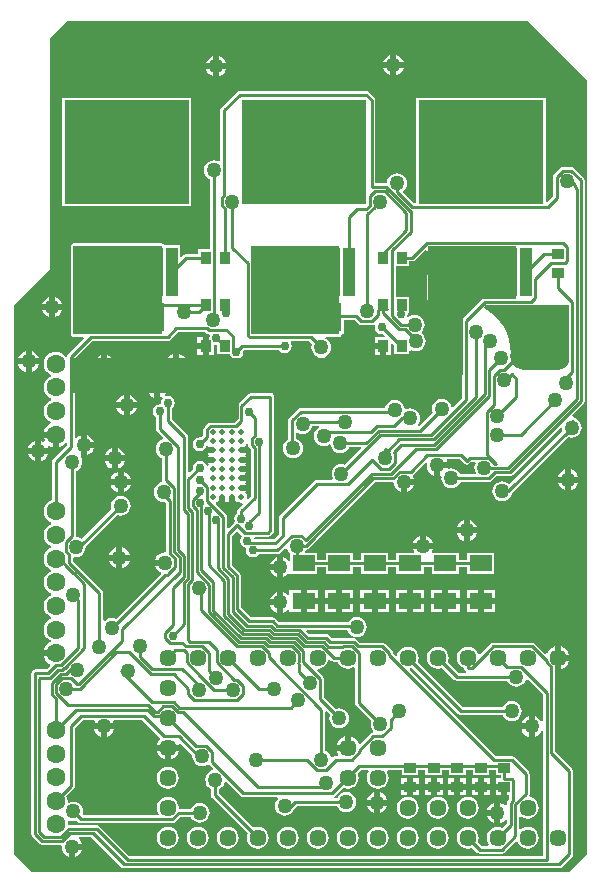
<source format=gbl>
G04 Layer_Physical_Order=2*
G04 Layer_Color=16711680*
%FSAX44Y44*%
%MOMM*%
G71*
G01*
G75*
%ADD14R,0.9000X1.0000*%
%ADD17R,1.0000X0.9000*%
%ADD18R,1.9000X1.3500*%
%ADD29R,10.6000X8.8000*%
%ADD30R,1.0500X4.1500*%
%ADD31C,0.2540*%
%ADD32C,1.6002*%
%ADD33C,1.4478*%
%ADD34C,1.2700*%
%ADD35C,0.7620*%
%ADD36C,0.5080*%
%ADD37R,7.3800X2.4400*%
G36*
X01085000Y01145000D02*
X01085000Y00490000D01*
X01070000Y00475000D01*
X00615000D01*
X00600000Y00490000D01*
Y00955000D01*
X00630000Y00985000D01*
Y01180000D01*
X00645000Y01195000D01*
X01035000D01*
X01085000Y01145000D01*
D02*
G37*
%LPC*%
G36*
X00822460Y00700460D02*
X00816430D01*
X00817235Y00698517D01*
X00818660Y00696660D01*
X00820517Y00695235D01*
X00822460Y00694430D01*
Y00700460D01*
D02*
G37*
G36*
X00857040Y00701460D02*
X00847540D01*
Y00694710D01*
X00857040D01*
Y00701460D01*
D02*
G37*
G36*
X01069629Y00653660D02*
X01062640D01*
Y00646671D01*
X01062653Y00646673D01*
X01065032Y00647658D01*
X01067074Y00649225D01*
X01068642Y00651268D01*
X01069627Y00653647D01*
X01069629Y00653660D01*
D02*
G37*
G36*
X01062640Y00665729D02*
Y00658740D01*
X01069629D01*
X01069627Y00658753D01*
X01068642Y00661132D01*
X01067074Y00663174D01*
X01065032Y00664742D01*
X01062653Y00665727D01*
X01062640Y00665729D01*
D02*
G37*
G36*
X00902460Y00701460D02*
X00892960D01*
Y00694710D01*
X00902460D01*
Y00701460D01*
D02*
G37*
G36*
X00917040D02*
X00907540D01*
Y00694710D01*
X00917040D01*
Y00701460D01*
D02*
G37*
G36*
X00872460D02*
X00862960D01*
Y00694710D01*
X00872460D01*
Y00701460D01*
D02*
G37*
G36*
X00887040D02*
X00877540D01*
Y00694710D01*
X00887040D01*
Y00701460D01*
D02*
G37*
G36*
X01035460Y00606570D02*
X01033517Y00605765D01*
X01031660Y00604340D01*
X01030235Y00602483D01*
X01029430Y00600540D01*
X01035460D01*
Y00606570D01*
D02*
G37*
G36*
X01002540Y00554040D02*
X00997540D01*
Y00549540D01*
X01002540D01*
Y00554040D01*
D02*
G37*
G36*
X00727360Y00577460D02*
X00720371D01*
X00720373Y00577447D01*
X00721358Y00575068D01*
X00722925Y00573025D01*
X00724968Y00571458D01*
X00727347Y00570473D01*
X00727360Y00570471D01*
Y00577460D01*
D02*
G37*
G36*
X00982540Y00554040D02*
X00977540D01*
Y00549540D01*
X00982540D01*
Y00554040D01*
D02*
G37*
G36*
X00992460D02*
X00987460D01*
Y00549540D01*
X00992460D01*
Y00554040D01*
D02*
G37*
G36*
X00684570Y00595460D02*
X00678540D01*
Y00589430D01*
X00680483Y00590235D01*
X00682340Y00591660D01*
X00683765Y00593517D01*
X00684570Y00595460D01*
D02*
G37*
G36*
X01035460D02*
X01029430D01*
X01030235Y00593517D01*
X01031660Y00591660D01*
X01033517Y00590235D01*
X01035460Y00589430D01*
Y00595460D01*
D02*
G37*
G36*
X00739429Y00577460D02*
X00732440D01*
Y00570471D01*
X00732453Y00570473D01*
X00734832Y00571458D01*
X00736874Y00573025D01*
X00738442Y00575068D01*
X00739427Y00577447D01*
X00739429Y00577460D01*
D02*
G37*
G36*
X00673460Y00595460D02*
X00667430D01*
X00668235Y00593517D01*
X00669660Y00591660D01*
X00671517Y00590235D01*
X00673460Y00589430D01*
Y00595460D01*
D02*
G37*
G36*
X00917040Y00713290D02*
X00907540D01*
Y00706540D01*
X00917040D01*
Y00713290D01*
D02*
G37*
G36*
X00932460D02*
X00922960D01*
Y00706540D01*
X00932460D01*
Y00713290D01*
D02*
G37*
G36*
X00887040D02*
X00877540D01*
Y00706540D01*
X00887040D01*
Y00713290D01*
D02*
G37*
G36*
X00902460D02*
X00892960D01*
Y00706540D01*
X00902460D01*
Y00713290D01*
D02*
G37*
G36*
X00977040D02*
X00967540D01*
Y00706540D01*
X00977040D01*
Y00713290D01*
D02*
G37*
G36*
X00992460D02*
X00982960D01*
Y00706540D01*
X00992460D01*
Y00713290D01*
D02*
G37*
G36*
X00947040D02*
X00937540D01*
Y00706540D01*
X00947040D01*
Y00713290D01*
D02*
G37*
G36*
X00962460D02*
X00952960D01*
Y00706540D01*
X00962460D01*
Y00713290D01*
D02*
G37*
G36*
X00872460D02*
X00862960D01*
Y00706540D01*
X00872460D01*
Y00713290D01*
D02*
G37*
G36*
X00962460Y00701460D02*
X00952960D01*
Y00694710D01*
X00962460D01*
Y00701460D01*
D02*
G37*
G36*
X00977040D02*
X00967540D01*
Y00694710D01*
X00977040D01*
Y00701460D01*
D02*
G37*
G36*
X00932460D02*
X00922960D01*
Y00694710D01*
X00932460D01*
Y00701460D01*
D02*
G37*
G36*
X00947040D02*
X00937540D01*
Y00694710D01*
X00947040D01*
Y00701460D01*
D02*
G37*
G36*
X00822460Y00711570D02*
X00820517Y00710765D01*
X00818660Y00709340D01*
X00817235Y00707483D01*
X00816430Y00705540D01*
X00822460D01*
Y00711570D01*
D02*
G37*
G36*
X00857040Y00713290D02*
X00847540D01*
Y00706540D01*
X00857040D01*
Y00713290D01*
D02*
G37*
G36*
X00992460Y00701460D02*
X00982960D01*
Y00694710D01*
X00992460D01*
Y00701460D01*
D02*
G37*
G36*
X01007040D02*
X00997540D01*
Y00694710D01*
X01007040D01*
Y00701460D01*
D02*
G37*
G36*
X00933100Y00538519D02*
X00930688Y00538201D01*
X00928441Y00537270D01*
X00926511Y00535789D01*
X00925030Y00533859D01*
X00924099Y00531612D01*
X00923781Y00529200D01*
X00924099Y00526788D01*
X00925030Y00524540D01*
X00926511Y00522611D01*
X00928441Y00521130D01*
X00930688Y00520199D01*
X00933100Y00519881D01*
X00935512Y00520199D01*
X00937759Y00521130D01*
X00939689Y00522611D01*
X00941170Y00524540D01*
X00942101Y00526788D01*
X00942419Y00529200D01*
X00942101Y00531612D01*
X00941170Y00533859D01*
X00939689Y00535789D01*
X00937759Y00537270D01*
X00935512Y00538201D01*
X00933100Y00538519D01*
D02*
G37*
G36*
X00958500D02*
X00956088Y00538201D01*
X00953841Y00537270D01*
X00951911Y00535789D01*
X00950430Y00533859D01*
X00949499Y00531612D01*
X00949181Y00529200D01*
X00949499Y00526788D01*
X00950430Y00524540D01*
X00951911Y00522611D01*
X00953841Y00521130D01*
X00956088Y00520199D01*
X00958500Y00519881D01*
X00960912Y00520199D01*
X00963159Y00521130D01*
X00965089Y00522611D01*
X00966570Y00524540D01*
X00967501Y00526788D01*
X00967819Y00529200D01*
X00967501Y00531612D01*
X00966570Y00533859D01*
X00965089Y00535789D01*
X00963159Y00537270D01*
X00960912Y00538201D01*
X00958500Y00538519D01*
D02*
G37*
G36*
Y00513119D02*
X00956088Y00512801D01*
X00953841Y00511870D01*
X00951911Y00510389D01*
X00950430Y00508459D01*
X00949499Y00506212D01*
X00949181Y00503800D01*
X00949499Y00501388D01*
X00950430Y00499141D01*
X00951911Y00497211D01*
X00953841Y00495730D01*
X00956088Y00494799D01*
X00958500Y00494481D01*
X00960912Y00494799D01*
X00963159Y00495730D01*
X00965089Y00497211D01*
X00966570Y00499141D01*
X00967501Y00501388D01*
X00967819Y00503800D01*
X00967501Y00506212D01*
X00966570Y00508459D01*
X00965089Y00510389D01*
X00963159Y00511870D01*
X00960912Y00512801D01*
X00958500Y00513119D01*
D02*
G37*
G36*
X01006460Y00522460D02*
X01000430D01*
X01001235Y00520517D01*
X01002660Y00518660D01*
X01004517Y00517235D01*
X01006460Y00516430D01*
Y00522460D01*
D02*
G37*
G36*
X00915805Y00530977D02*
X00909775D01*
Y00524946D01*
X00911718Y00525751D01*
X00913575Y00527176D01*
X00915000Y00529033D01*
X00915805Y00530977D01*
D02*
G37*
G36*
X01006460Y00533570D02*
X01004517Y00532765D01*
X01002660Y00531340D01*
X01001235Y00529483D01*
X01000430Y00527540D01*
X01006460D01*
Y00533570D01*
D02*
G37*
G36*
X00983900Y00538519D02*
X00981488Y00538201D01*
X00979241Y00537270D01*
X00977311Y00535789D01*
X00975830Y00533859D01*
X00974899Y00531612D01*
X00974581Y00529200D01*
X00974899Y00526788D01*
X00975830Y00524540D01*
X00977311Y00522611D01*
X00979241Y00521130D01*
X00981488Y00520199D01*
X00983900Y00519881D01*
X00986312Y00520199D01*
X00988559Y00521130D01*
X00990489Y00522611D01*
X00991970Y00524540D01*
X00992901Y00526788D01*
X00993219Y00529200D01*
X00992901Y00531612D01*
X00991970Y00533859D01*
X00990489Y00535789D01*
X00988559Y00537270D01*
X00986312Y00538201D01*
X00983900Y00538519D01*
D02*
G37*
G36*
X00904695Y00530977D02*
X00898664D01*
X00899469Y00529033D01*
X00900894Y00527176D01*
X00902751Y00525751D01*
X00904695Y00524946D01*
Y00530977D01*
D02*
G37*
G36*
X00933100Y00513119D02*
X00930688Y00512801D01*
X00928441Y00511870D01*
X00926511Y00510389D01*
X00925030Y00508459D01*
X00924099Y00506212D01*
X00923781Y00503800D01*
X00924099Y00501388D01*
X00925030Y00499141D01*
X00926511Y00497211D01*
X00928441Y00495730D01*
X00930688Y00494799D01*
X00933100Y00494481D01*
X00935512Y00494799D01*
X00937759Y00495730D01*
X00939689Y00497211D01*
X00941170Y00499141D01*
X00942101Y00501388D01*
X00942419Y00503800D01*
X00942101Y00506212D01*
X00941170Y00508459D01*
X00939689Y00510389D01*
X00937759Y00511870D01*
X00935512Y00512801D01*
X00933100Y00513119D01*
D02*
G37*
G36*
X00755300D02*
X00752888Y00512801D01*
X00750641Y00511870D01*
X00748711Y00510389D01*
X00747230Y00508459D01*
X00746299Y00506212D01*
X00745981Y00503800D01*
X00746299Y00501388D01*
X00747230Y00499141D01*
X00748711Y00497211D01*
X00750641Y00495730D01*
X00752888Y00494799D01*
X00755300Y00494481D01*
X00757712Y00494799D01*
X00759959Y00495730D01*
X00761889Y00497211D01*
X00763370Y00499141D01*
X00764301Y00501388D01*
X00764619Y00503800D01*
X00764301Y00506212D01*
X00763370Y00508459D01*
X00761889Y00510389D01*
X00759959Y00511870D01*
X00757712Y00512801D01*
X00755300Y00513119D01*
D02*
G37*
G36*
X00780700D02*
X00778288Y00512801D01*
X00776041Y00511870D01*
X00774111Y00510389D01*
X00772630Y00508459D01*
X00771699Y00506212D01*
X00771381Y00503800D01*
X00771699Y00501388D01*
X00772630Y00499141D01*
X00774111Y00497211D01*
X00776041Y00495730D01*
X00778288Y00494799D01*
X00780700Y00494481D01*
X00783112Y00494799D01*
X00785359Y00495730D01*
X00787289Y00497211D01*
X00788770Y00499141D01*
X00789701Y00501388D01*
X00790019Y00503800D01*
X00789701Y00506212D01*
X00788770Y00508459D01*
X00787289Y00510389D01*
X00785359Y00511870D01*
X00783112Y00512801D01*
X00780700Y00513119D01*
D02*
G37*
G36*
X00657570Y00493460D02*
X00651540D01*
Y00487430D01*
X00653483Y00488235D01*
X00655340Y00489660D01*
X00656765Y00491517D01*
X00657570Y00493460D01*
D02*
G37*
G36*
X00729900Y00513119D02*
X00727488Y00512801D01*
X00725241Y00511870D01*
X00723311Y00510389D01*
X00721830Y00508459D01*
X00720899Y00506212D01*
X00720581Y00503800D01*
X00720899Y00501388D01*
X00721830Y00499141D01*
X00723311Y00497211D01*
X00725241Y00495730D01*
X00727488Y00494799D01*
X00729900Y00494481D01*
X00732312Y00494799D01*
X00734559Y00495730D01*
X00736489Y00497211D01*
X00737970Y00499141D01*
X00738901Y00501388D01*
X00739219Y00503800D01*
X00738901Y00506212D01*
X00737970Y00508459D01*
X00736489Y00510389D01*
X00734559Y00511870D01*
X00732312Y00512801D01*
X00729900Y00513119D01*
D02*
G37*
G36*
X00882300D02*
X00879888Y00512801D01*
X00877641Y00511870D01*
X00875711Y00510389D01*
X00874230Y00508459D01*
X00873299Y00506212D01*
X00872981Y00503800D01*
X00873299Y00501388D01*
X00874230Y00499141D01*
X00875711Y00497211D01*
X00877641Y00495730D01*
X00879888Y00494799D01*
X00882300Y00494481D01*
X00884712Y00494799D01*
X00886959Y00495730D01*
X00888889Y00497211D01*
X00890370Y00499141D01*
X00891301Y00501388D01*
X00891619Y00503800D01*
X00891301Y00506212D01*
X00890370Y00508459D01*
X00888889Y00510389D01*
X00886959Y00511870D01*
X00884712Y00512801D01*
X00882300Y00513119D01*
D02*
G37*
G36*
X00907700D02*
X00905288Y00512801D01*
X00903041Y00511870D01*
X00901111Y00510389D01*
X00899630Y00508459D01*
X00898699Y00506212D01*
X00898381Y00503800D01*
X00898699Y00501388D01*
X00899630Y00499141D01*
X00901111Y00497211D01*
X00903041Y00495730D01*
X00905288Y00494799D01*
X00907700Y00494481D01*
X00910112Y00494799D01*
X00912359Y00495730D01*
X00914289Y00497211D01*
X00915770Y00499141D01*
X00916701Y00501388D01*
X00917019Y00503800D01*
X00916701Y00506212D01*
X00915770Y00508459D01*
X00914289Y00510389D01*
X00912359Y00511870D01*
X00910112Y00512801D01*
X00907700Y00513119D01*
D02*
G37*
G36*
X00831500D02*
X00829088Y00512801D01*
X00826841Y00511870D01*
X00824911Y00510389D01*
X00823430Y00508459D01*
X00822499Y00506212D01*
X00822181Y00503800D01*
X00822499Y00501388D01*
X00823430Y00499141D01*
X00824911Y00497211D01*
X00826841Y00495730D01*
X00829088Y00494799D01*
X00831500Y00494481D01*
X00833912Y00494799D01*
X00836159Y00495730D01*
X00838089Y00497211D01*
X00839570Y00499141D01*
X00840501Y00501388D01*
X00840819Y00503800D01*
X00840501Y00506212D01*
X00839570Y00508459D01*
X00838089Y00510389D01*
X00836159Y00511870D01*
X00833912Y00512801D01*
X00831500Y00513119D01*
D02*
G37*
G36*
X00856900D02*
X00854488Y00512801D01*
X00852241Y00511870D01*
X00850311Y00510389D01*
X00848830Y00508459D01*
X00847899Y00506212D01*
X00847581Y00503800D01*
X00847899Y00501388D01*
X00848830Y00499141D01*
X00850311Y00497211D01*
X00852241Y00495730D01*
X00854488Y00494799D01*
X00856900Y00494481D01*
X00859312Y00494799D01*
X00861559Y00495730D01*
X00863489Y00497211D01*
X00864970Y00499141D01*
X00865901Y00501388D01*
X00866219Y00503800D01*
X00865901Y00506212D01*
X00864970Y00508459D01*
X00863489Y00510389D01*
X00861559Y00511870D01*
X00859312Y00512801D01*
X00856900Y00513119D01*
D02*
G37*
G36*
X00729900Y00563919D02*
X00727488Y00563601D01*
X00725241Y00562670D01*
X00723311Y00561189D01*
X00721830Y00559259D01*
X00720899Y00557012D01*
X00720581Y00554600D01*
X00720899Y00552188D01*
X00721830Y00549940D01*
X00723311Y00548010D01*
X00725241Y00546530D01*
X00727488Y00545599D01*
X00729900Y00545281D01*
X00732312Y00545599D01*
X00734559Y00546530D01*
X00736489Y00548010D01*
X00737970Y00549940D01*
X00738901Y00552188D01*
X00739219Y00554600D01*
X00738901Y00557012D01*
X00737970Y00559259D01*
X00736489Y00561189D01*
X00734559Y00562670D01*
X00732312Y00563601D01*
X00729900Y00563919D01*
D02*
G37*
G36*
X00932460Y00554040D02*
X00927460D01*
Y00549540D01*
X00932460D01*
Y00554040D01*
D02*
G37*
G36*
X01002540Y00544460D02*
X00997540D01*
Y00539960D01*
X01002540D01*
Y00544460D01*
D02*
G37*
G36*
X01012460D02*
X01007460D01*
Y00539960D01*
X01012460D01*
Y00544460D01*
D02*
G37*
G36*
X00962540Y00554040D02*
X00957540D01*
Y00549540D01*
X00962540D01*
Y00554040D01*
D02*
G37*
G36*
X00972460D02*
X00967460D01*
Y00549540D01*
X00972460D01*
Y00554040D01*
D02*
G37*
G36*
X00942540D02*
X00937540D01*
Y00549540D01*
X00942540D01*
Y00554040D01*
D02*
G37*
G36*
X00952460D02*
X00947460D01*
Y00549540D01*
X00952460D01*
Y00554040D01*
D02*
G37*
G36*
X00992460Y00544460D02*
X00987460D01*
Y00539960D01*
X00992460D01*
Y00544460D01*
D02*
G37*
G36*
X00932460D02*
X00927460D01*
Y00539960D01*
X00932460D01*
Y00544460D01*
D02*
G37*
G36*
X00942540D02*
X00937540D01*
Y00539960D01*
X00942540D01*
Y00544460D01*
D02*
G37*
G36*
X00904695Y00542087D02*
X00902751Y00541282D01*
X00900894Y00539857D01*
X00899469Y00538000D01*
X00898664Y00536057D01*
X00904695D01*
Y00542087D01*
D02*
G37*
G36*
X00909775D02*
Y00536057D01*
X00915805D01*
X00915000Y00538000D01*
X00913575Y00539857D01*
X00911718Y00541282D01*
X00909775Y00542087D01*
D02*
G37*
G36*
X00972460Y00544460D02*
X00967460D01*
Y00539960D01*
X00972460D01*
Y00544460D01*
D02*
G37*
G36*
X00982540D02*
X00977540D01*
Y00539960D01*
X00982540D01*
Y00544460D01*
D02*
G37*
G36*
X00952460D02*
X00947460D01*
Y00539960D01*
X00952460D01*
Y00544460D01*
D02*
G37*
G36*
X00962540D02*
X00957540D01*
Y00539960D01*
X00962540D01*
Y00544460D01*
D02*
G37*
G36*
X01007040Y00713290D02*
X00997540D01*
Y00706540D01*
X01007040D01*
Y00713290D01*
D02*
G37*
G36*
X00609460Y00915570D02*
X00607517Y00914765D01*
X00605660Y00913340D01*
X00604235Y00911483D01*
X00603430Y00909540D01*
X00609460D01*
Y00915570D01*
D02*
G37*
G36*
X00620570Y00904460D02*
X00614540D01*
Y00898430D01*
X00616483Y00899235D01*
X00618340Y00900660D01*
X00619765Y00902517D01*
X00620570Y00904460D01*
D02*
G37*
G36*
X00614540Y00915570D02*
Y00909540D01*
X00620570D01*
X00619765Y00911483D01*
X00618340Y00913340D01*
X00616483Y00914765D01*
X00614540Y00915570D01*
D02*
G37*
G36*
X00640570Y00950460D02*
X00634540D01*
Y00944430D01*
X00636483Y00945235D01*
X00638340Y00946660D01*
X00639765Y00948517D01*
X00640570Y00950460D01*
D02*
G37*
G36*
X00629460D02*
X00623430D01*
X00624235Y00948517D01*
X00625660Y00946660D01*
X00627517Y00945235D01*
X00629460Y00944430D01*
Y00950460D01*
D02*
G37*
G36*
X00609460Y00904460D02*
X00603430D01*
X00604235Y00902517D01*
X00605660Y00900660D01*
X00607517Y00899235D01*
X00609460Y00898430D01*
Y00904460D01*
D02*
G37*
G36*
X00617775Y00828860D02*
X00611745D01*
X00612550Y00826917D01*
X00613975Y00825060D01*
X00615832Y00823635D01*
X00617775Y00822830D01*
Y00828860D01*
D02*
G37*
G36*
X01071540Y00815570D02*
Y00809540D01*
X01077570D01*
X01076765Y00811483D01*
X01075340Y00813340D01*
X01073483Y00814765D01*
X01071540Y00815570D01*
D02*
G37*
G36*
X00628885Y00828860D02*
X00622855D01*
Y00822830D01*
X00624798Y00823635D01*
X00626655Y00825060D01*
X00628080Y00826917D01*
X00628885Y00828860D01*
D02*
G37*
G36*
X00632460Y00842460D02*
X00624702D01*
X00624730Y00842248D01*
X00625598Y00840152D01*
X00625144Y00839592D01*
X00624598Y00839248D01*
X00622855Y00839970D01*
Y00833940D01*
X00628885D01*
X00628360Y00835207D01*
X00629403Y00836008D01*
X00629684Y00835792D01*
X00632248Y00834730D01*
X00632460Y00834703D01*
Y00842460D01*
D02*
G37*
G36*
X00617775Y00839970D02*
X00615832Y00839165D01*
X00613975Y00837740D01*
X00612550Y00835883D01*
X00611745Y00833940D01*
X00617775D01*
Y00839970D01*
D02*
G37*
G36*
X00629460Y00961570D02*
X00627517Y00960765D01*
X00625660Y00959340D01*
X00624235Y00957483D01*
X00623430Y00955540D01*
X00629460D01*
Y00961570D01*
D02*
G37*
G36*
X00768460Y01165570D02*
X00766517Y01164765D01*
X00764660Y01163340D01*
X00763235Y01161483D01*
X00762430Y01159540D01*
X00768460D01*
Y01165570D01*
D02*
G37*
G36*
X00929570Y01155460D02*
X00923540D01*
Y01149430D01*
X00925483Y01150235D01*
X00927340Y01151660D01*
X00928765Y01153517D01*
X00929570Y01155460D01*
D02*
G37*
G36*
X00773540Y01165570D02*
Y01159540D01*
X00779570D01*
X00778765Y01161483D01*
X00777340Y01163340D01*
X00775483Y01164765D01*
X00773540Y01165570D01*
D02*
G37*
G36*
X00923540Y01166570D02*
Y01160540D01*
X00929570D01*
X00928765Y01162483D01*
X00927340Y01164340D01*
X00925483Y01165765D01*
X00923540Y01166570D01*
D02*
G37*
G36*
X00918460D02*
X00916517Y01165765D01*
X00914660Y01164340D01*
X00913235Y01162483D01*
X00912430Y01160540D01*
X00918460D01*
Y01166570D01*
D02*
G37*
G36*
Y01155460D02*
X00912430D01*
X00913235Y01153517D01*
X00914660Y01151660D01*
X00916517Y01150235D01*
X00918460Y01149430D01*
Y01155460D01*
D02*
G37*
G36*
X00750000Y01130500D02*
X00640000D01*
Y01038500D01*
X00750000D01*
Y01130500D01*
D02*
G37*
G36*
X00634540Y00961570D02*
Y00955540D01*
X00640570D01*
X00639765Y00957483D01*
X00638340Y00959340D01*
X00636483Y00960765D01*
X00634540Y00961570D01*
D02*
G37*
G36*
X00898000Y01136334D02*
X00791000D01*
X00789724Y01136080D01*
X00788643Y01135358D01*
X00775263Y01121977D01*
X00774540Y01120896D01*
X00774286Y01119620D01*
Y01076878D01*
X00773016Y01076375D01*
X00771180Y01077135D01*
X00769000Y01077422D01*
X00766820Y01077135D01*
X00764789Y01076294D01*
X00763045Y01074955D01*
X00761706Y01073211D01*
X00760865Y01071180D01*
X00760578Y01069000D01*
X00760865Y01066820D01*
X00761706Y01064789D01*
X00763045Y01063045D01*
X00764789Y01061706D01*
X00765666Y01061343D01*
Y01002000D01*
X00755500D01*
Y00998334D01*
X00745600D01*
X00744324Y00998081D01*
X00743243Y00997358D01*
X00741523Y00995638D01*
X00740350Y00996124D01*
Y01005250D01*
X00726990D01*
X00726884Y01005780D01*
X00726442Y01006442D01*
X00725780Y01006884D01*
X00725000Y01007039D01*
X00650000D01*
X00649220Y01006884D01*
X00648558Y01006442D01*
X00648116Y01005780D01*
X00647961Y01005000D01*
Y00930000D01*
X00648116Y00929220D01*
X00648558Y00928558D01*
X00649220Y00928116D01*
X00650000Y00927961D01*
X00658376D01*
X00658862Y00926787D01*
X00645372Y00913298D01*
X00644650Y00912216D01*
X00644458Y00911254D01*
X00643623Y00910919D01*
X00643126Y00910905D01*
X00642133Y00912199D01*
X00640044Y00913802D01*
X00637611Y00914810D01*
X00635000Y00915153D01*
X00632389Y00914810D01*
X00629956Y00913802D01*
X00627867Y00912199D01*
X00626264Y00910110D01*
X00625256Y00907677D01*
X00624913Y00905066D01*
X00625256Y00902455D01*
X00626264Y00900022D01*
X00627867Y00897933D01*
X00629956Y00896330D01*
X00631429Y00895720D01*
Y00894346D01*
X00629956Y00893736D01*
X00627867Y00892133D01*
X00626264Y00890044D01*
X00625256Y00887611D01*
X00624913Y00885000D01*
X00625256Y00882389D01*
X00626264Y00879956D01*
X00627867Y00877867D01*
X00629956Y00876264D01*
X00631349Y00875687D01*
Y00874313D01*
X00629956Y00873736D01*
X00627867Y00872133D01*
X00626264Y00870044D01*
X00625256Y00867611D01*
X00624913Y00865000D01*
X00625256Y00862389D01*
X00626264Y00859956D01*
X00627867Y00857867D01*
X00629956Y00856264D01*
X00630643Y00855980D01*
Y00854605D01*
X00629684Y00854208D01*
X00627482Y00852518D01*
X00625792Y00850316D01*
X00624730Y00847752D01*
X00624702Y00847540D01*
X00635000D01*
Y00845000D01*
X00637540D01*
Y00834703D01*
X00637752Y00834730D01*
X00640316Y00835792D01*
X00642518Y00837482D01*
X00643126Y00838275D01*
X00644396Y00837843D01*
Y00836111D01*
X00632643Y00824358D01*
X00631920Y00823276D01*
X00631666Y00822000D01*
Y00789444D01*
X00629956Y00788736D01*
X00627867Y00787133D01*
X00626264Y00785044D01*
X00625256Y00782611D01*
X00624913Y00780000D01*
X00625256Y00777389D01*
X00626264Y00774956D01*
X00627867Y00772867D01*
X00629956Y00771264D01*
X00631349Y00770687D01*
Y00769313D01*
X00629956Y00768736D01*
X00627867Y00767133D01*
X00626264Y00765044D01*
X00625256Y00762611D01*
X00624913Y00760000D01*
X00625256Y00757389D01*
X00626264Y00754956D01*
X00627867Y00752867D01*
X00629956Y00751264D01*
X00631189Y00750753D01*
Y00749379D01*
X00629956Y00748868D01*
X00627867Y00747265D01*
X00626264Y00745176D01*
X00625256Y00742743D01*
X00624913Y00740132D01*
X00625256Y00737521D01*
X00626264Y00735089D01*
X00627867Y00732999D01*
X00629956Y00731396D01*
X00631429Y00730786D01*
Y00729412D01*
X00629956Y00728802D01*
X00627867Y00727199D01*
X00626264Y00725110D01*
X00625256Y00722677D01*
X00624913Y00720066D01*
X00625256Y00717455D01*
X00626264Y00715023D01*
X00627867Y00712933D01*
X00629956Y00711330D01*
X00631429Y00710720D01*
Y00709346D01*
X00629956Y00708736D01*
X00627867Y00707133D01*
X00626264Y00705044D01*
X00625256Y00702611D01*
X00624913Y00700000D01*
X00625256Y00697389D01*
X00626264Y00694957D01*
X00627867Y00692867D01*
X00629956Y00691264D01*
X00631349Y00690687D01*
Y00689313D01*
X00629956Y00688736D01*
X00627867Y00687133D01*
X00626264Y00685044D01*
X00625256Y00682611D01*
X00624913Y00680000D01*
X00625256Y00677389D01*
X00626264Y00674957D01*
X00627867Y00672867D01*
X00629956Y00671264D01*
X00630643Y00670980D01*
Y00669605D01*
X00629684Y00669208D01*
X00627482Y00667518D01*
X00625792Y00665316D01*
X00624730Y00662752D01*
X00624702Y00662540D01*
X00635000D01*
Y00657460D01*
X00624702D01*
X00624730Y00657248D01*
X00625792Y00654684D01*
X00627482Y00652482D01*
X00629684Y00650793D01*
X00630236Y00650564D01*
X00630484Y00649318D01*
X00627499Y00646334D01*
X00617649D01*
X00616373Y00646080D01*
X00615291Y00645358D01*
X00614569Y00644276D01*
X00614315Y00643000D01*
Y00507345D01*
X00614569Y00506069D01*
X00615291Y00504987D01*
X00621447Y00498832D01*
X00622529Y00498109D01*
X00623805Y00497855D01*
X00639314D01*
X00640152Y00496900D01*
X00640033Y00496000D01*
X00640339Y00493679D01*
X00641235Y00491517D01*
X00642660Y00489660D01*
X00644517Y00488235D01*
X00646460Y00487430D01*
Y00496000D01*
X00649000D01*
Y00498540D01*
X00657570D01*
X00656765Y00500483D01*
X00655340Y00502340D01*
X00654208Y00503209D01*
X00654639Y00504479D01*
X00664806D01*
X00690182Y00479103D01*
X00691264Y00478380D01*
X00692540Y00478126D01*
X01061466D01*
X01062742Y00478380D01*
X01063824Y00479103D01*
X01071966Y00487245D01*
X01072689Y00488327D01*
X01072943Y00489603D01*
Y00558519D01*
X01073080Y00558724D01*
X01073334Y00560000D01*
X01073080Y00561276D01*
X01072357Y00562357D01*
X01057465Y00577250D01*
Y00645402D01*
X01057560Y00645486D01*
Y00656200D01*
Y00665729D01*
X01057547Y00665727D01*
X01055168Y00664742D01*
X01053126Y00663174D01*
X01051558Y00661132D01*
X01051022Y00659837D01*
X01049524Y00659539D01*
X01040996Y00668066D01*
X01039915Y00668789D01*
X01038639Y00669043D01*
X01005361D01*
X01004085Y00668789D01*
X01003004Y00668066D01*
X00997433Y00662496D01*
X00997270Y00662251D01*
X00994074Y00659056D01*
X00992589Y00659366D01*
X00991970Y00660859D01*
X00990489Y00662789D01*
X00988559Y00664270D01*
X00986312Y00665201D01*
X00983900Y00665519D01*
X00981488Y00665201D01*
X00979241Y00664270D01*
X00977311Y00662789D01*
X00975830Y00660859D01*
X00974899Y00658612D01*
X00974581Y00656200D01*
X00974899Y00653788D01*
X00975830Y00651541D01*
X00977311Y00649611D01*
X00979241Y00648130D01*
X00980590Y00647571D01*
X00980820Y00646415D01*
X00981543Y00645333D01*
X00982624Y00644611D01*
X00982657Y00644604D01*
X00982532Y00643334D01*
X00976081D01*
X00966952Y00652463D01*
X00967501Y00653788D01*
X00967819Y00656200D01*
X00967501Y00658612D01*
X00966570Y00660859D01*
X00965089Y00662789D01*
X00963159Y00664270D01*
X00960912Y00665201D01*
X00958500Y00665519D01*
X00956088Y00665201D01*
X00953841Y00664270D01*
X00951911Y00662789D01*
X00950430Y00660859D01*
X00949499Y00658612D01*
X00949181Y00656200D01*
X00949499Y00653788D01*
X00950430Y00651541D01*
X00951911Y00649611D01*
X00953841Y00648130D01*
X00956088Y00647199D01*
X00958500Y00646881D01*
X00960912Y00647199D01*
X00962237Y00647748D01*
X00972342Y00637643D01*
X00973424Y00636920D01*
X00974700Y00636666D01*
X01017343D01*
X01017706Y00635789D01*
X01019045Y00634045D01*
X01020789Y00632706D01*
X01022820Y00631865D01*
X01025000Y00631578D01*
X01027180Y00631865D01*
X01029211Y00632706D01*
X01030955Y00634045D01*
X01032294Y00635789D01*
X01033054Y00637625D01*
X01034308Y00638167D01*
X01047257Y00625219D01*
Y00602201D01*
X01045987Y00601949D01*
X01045765Y00602483D01*
X01044340Y00604340D01*
X01042483Y00605765D01*
X01040540Y00606570D01*
Y00598000D01*
Y00589430D01*
X01042483Y00590235D01*
X01044340Y00591660D01*
X01045765Y00593517D01*
X01045987Y00594052D01*
X01047257Y00593799D01*
Y00488334D01*
X00697381D01*
X00672004Y00513711D01*
X00670923Y00514434D01*
X00669647Y00514687D01*
X00645906D01*
X00645632Y00515000D01*
X00645298Y00517535D01*
X00645771Y00518088D01*
X00646345Y00518474D01*
X00647819Y00517864D01*
X00649999Y00517577D01*
X00652178Y00517864D01*
X00653055Y00518227D01*
X00653949Y00517333D01*
X00655031Y00516611D01*
X00656307Y00516357D01*
X00733839D01*
X00735115Y00516611D01*
X00736196Y00517333D01*
X00740529Y00521666D01*
X00749343D01*
X00749706Y00520789D01*
X00751045Y00519045D01*
X00752789Y00517706D01*
X00754820Y00516865D01*
X00757000Y00516578D01*
X00759180Y00516865D01*
X00761211Y00517706D01*
X00762955Y00519045D01*
X00764294Y00520789D01*
X00765135Y00522820D01*
X00765422Y00525000D01*
X00765135Y00527180D01*
X00764294Y00529211D01*
X00762955Y00530955D01*
X00761211Y00532294D01*
X00759180Y00533135D01*
X00757000Y00533422D01*
X00754820Y00533135D01*
X00752789Y00532294D01*
X00751045Y00530955D01*
X00749706Y00529211D01*
X00749343Y00528334D01*
X00740386D01*
X00739219Y00529200D01*
X00739176Y00529525D01*
X00738901Y00531612D01*
X00737970Y00533859D01*
X00736489Y00535789D01*
X00734559Y00537270D01*
X00732312Y00538201D01*
X00729900Y00538519D01*
X00727488Y00538201D01*
X00725241Y00537270D01*
X00723311Y00535789D01*
X00721830Y00533859D01*
X00720899Y00531612D01*
X00720581Y00529200D01*
X00720899Y00526788D01*
X00721830Y00524540D01*
X00722119Y00524164D01*
X00721557Y00523025D01*
X00659030D01*
X00658196Y00524295D01*
X00658421Y00525999D01*
X00658134Y00528179D01*
X00657292Y00530210D01*
X00655954Y00531954D01*
X00654210Y00533293D01*
X00652178Y00534134D01*
X00649999Y00534421D01*
X00647819Y00534134D01*
X00646164Y00533448D01*
X00644974Y00534138D01*
X00645087Y00535000D01*
X00644744Y00537611D01*
X00644035Y00539321D01*
X00650358Y00545643D01*
X00651080Y00546724D01*
X00651334Y00548000D01*
Y00596619D01*
X00658001Y00603286D01*
X00667378D01*
X00668041Y00602016D01*
X00667430Y00600540D01*
X00684570D01*
X00683959Y00602016D01*
X00684622Y00603286D01*
X00707999D01*
X00723028Y00588257D01*
X00722945Y00586989D01*
X00722925Y00586974D01*
X00721358Y00584931D01*
X00720373Y00582553D01*
X00720371Y00582540D01*
X00729900D01*
X00739429D01*
X00739427Y00582553D01*
X00739126Y00583281D01*
X00740202Y00584001D01*
X00750651Y00573552D01*
X00750578Y00573000D01*
X00750865Y00570820D01*
X00751706Y00568789D01*
X00753045Y00567045D01*
X00754789Y00565706D01*
X00756820Y00564865D01*
X00759000Y00564578D01*
X00761180Y00564865D01*
X00763211Y00565706D01*
X00763446Y00565887D01*
X00765105Y00565559D01*
X00765263Y00565322D01*
X00768246Y00562339D01*
X00768125Y00561983D01*
X00767703Y00561086D01*
X00765787Y00560293D01*
X00764043Y00558954D01*
X00762705Y00557210D01*
X00761863Y00555179D01*
X00761576Y00552999D01*
X00761863Y00550819D01*
X00762705Y00548788D01*
X00764043Y00547044D01*
X00765787Y00545705D01*
X00766664Y00545342D01*
Y00539901D01*
X00766918Y00538625D01*
X00767641Y00537544D01*
X00797648Y00507537D01*
X00797099Y00506212D01*
X00796781Y00503800D01*
X00797099Y00501388D01*
X00798030Y00499141D01*
X00799511Y00497211D01*
X00801441Y00495730D01*
X00803688Y00494799D01*
X00806100Y00494481D01*
X00808512Y00494799D01*
X00810759Y00495730D01*
X00812689Y00497211D01*
X00814170Y00499141D01*
X00815101Y00501388D01*
X00815419Y00503800D01*
X00815101Y00506212D01*
X00814170Y00508459D01*
X00812689Y00510389D01*
X00810759Y00511870D01*
X00808512Y00512801D01*
X00806100Y00513119D01*
X00803688Y00512801D01*
X00802363Y00512252D01*
X00773333Y00541282D01*
Y00545342D01*
X00774210Y00545705D01*
X00775954Y00547044D01*
X00777292Y00548788D01*
X00778085Y00550703D01*
X00778982Y00551125D01*
X00779339Y00551246D01*
X00791563Y00539021D01*
X00792645Y00538299D01*
X00793921Y00538045D01*
X00822585D01*
X00822906Y00536775D01*
X00821706Y00535211D01*
X00820865Y00533180D01*
X00820578Y00531000D01*
X00820865Y00528820D01*
X00821706Y00526789D01*
X00823045Y00525045D01*
X00824789Y00523706D01*
X00826820Y00522865D01*
X00829000Y00522578D01*
X00831180Y00522865D01*
X00833211Y00523706D01*
X00834955Y00525045D01*
X00836294Y00526789D01*
X00836852Y00528137D01*
X00839381Y00530666D01*
X00873343D01*
X00873706Y00529789D01*
X00875045Y00528045D01*
X00876789Y00526706D01*
X00878820Y00525865D01*
X00881000Y00525578D01*
X00883180Y00525865D01*
X00885211Y00526706D01*
X00886955Y00528045D01*
X00888294Y00529789D01*
X00889135Y00531820D01*
X00889422Y00534000D01*
X00889135Y00536180D01*
X00888294Y00538211D01*
X00886955Y00539955D01*
X00885211Y00541294D01*
X00883180Y00542135D01*
X00881000Y00542422D01*
X00878820Y00542135D01*
X00876789Y00541294D01*
X00875045Y00539955D01*
X00873706Y00538211D01*
X00873343Y00537334D01*
X00871197D01*
X00870812Y00538604D01*
X00871437Y00539021D01*
X00878563Y00546148D01*
X00879888Y00545599D01*
X00882300Y00545281D01*
X00884712Y00545599D01*
X00886959Y00546530D01*
X00888889Y00548010D01*
X00890370Y00549940D01*
X00891301Y00552188D01*
X00891619Y00554600D01*
X00891301Y00557012D01*
X00890752Y00558337D01*
X00893190Y00560775D01*
X00899357D01*
X00899919Y00559636D01*
X00899630Y00559259D01*
X00898699Y00557012D01*
X00898381Y00554600D01*
X00898699Y00552188D01*
X00899630Y00549940D01*
X00901111Y00548010D01*
X00903041Y00546530D01*
X00905288Y00545599D01*
X00907700Y00545281D01*
X00910112Y00545599D01*
X00912359Y00546530D01*
X00914289Y00548010D01*
X00915770Y00549940D01*
X00916701Y00552188D01*
X00917019Y00554600D01*
X00916701Y00557012D01*
X00915770Y00559259D01*
X00915481Y00559636D01*
X00916043Y00560775D01*
X00928000D01*
Y00556500D01*
X00942000D01*
Y00560775D01*
X00948000D01*
Y00556500D01*
X00962000D01*
Y00560775D01*
X00968000D01*
Y00556500D01*
X00982000D01*
Y00560775D01*
X00988000D01*
Y00556500D01*
X01002000D01*
Y00560775D01*
X01008000D01*
Y00556500D01*
X01011666D01*
Y00554040D01*
X01007460D01*
Y00549540D01*
X01015000D01*
Y00547000D01*
X01017540D01*
Y00539960D01*
X01018936D01*
Y00536605D01*
X01018102Y00535771D01*
X01017380Y00534690D01*
X01017126Y00533414D01*
Y00531100D01*
X01015856Y00530669D01*
X01015340Y00531340D01*
X01013483Y00532765D01*
X01011540Y00533570D01*
Y00525000D01*
Y00516430D01*
X01013483Y00517235D01*
X01015340Y00518660D01*
X01015856Y00519331D01*
X01017126Y00518900D01*
Y00516341D01*
X01013037Y00512252D01*
X01011712Y00512801D01*
X01009300Y00513119D01*
X01006888Y00512801D01*
X01004641Y00511870D01*
X01002711Y00510389D01*
X01001230Y00508459D01*
X01000299Y00506212D01*
X00999981Y00503800D01*
X01000299Y00501388D01*
X01001230Y00499141D01*
X01001998Y00498139D01*
X01001372Y00496869D01*
X00995546D01*
X00992352Y00500063D01*
X00992901Y00501388D01*
X00993219Y00503800D01*
X00992901Y00506212D01*
X00991970Y00508459D01*
X00990489Y00510389D01*
X00988559Y00511870D01*
X00986312Y00512801D01*
X00983900Y00513119D01*
X00981488Y00512801D01*
X00979241Y00511870D01*
X00977311Y00510389D01*
X00975830Y00508459D01*
X00974899Y00506212D01*
X00974581Y00503800D01*
X00974899Y00501388D01*
X00975830Y00499141D01*
X00977311Y00497211D01*
X00979241Y00495730D01*
X00981488Y00494799D01*
X00983900Y00494481D01*
X00986312Y00494799D01*
X00987637Y00495348D01*
X00991807Y00491178D01*
X00992889Y00490455D01*
X00994165Y00490201D01*
X01012483D01*
X01013759Y00490455D01*
X01014841Y00491178D01*
X01024537Y00500874D01*
X01026035Y00500576D01*
X01026630Y00499141D01*
X01028111Y00497211D01*
X01030041Y00495730D01*
X01032288Y00494799D01*
X01034700Y00494481D01*
X01037112Y00494799D01*
X01039359Y00495730D01*
X01041289Y00497211D01*
X01042770Y00499141D01*
X01043701Y00501388D01*
X01044019Y00503800D01*
X01043701Y00506212D01*
X01042770Y00508459D01*
X01041289Y00510389D01*
X01039359Y00511870D01*
X01037112Y00512801D01*
X01034700Y00513119D01*
X01032288Y00512801D01*
X01030041Y00511870D01*
X01028604Y00510768D01*
X01027334Y00511391D01*
Y00521609D01*
X01028604Y00522232D01*
X01030041Y00521130D01*
X01032288Y00520199D01*
X01034700Y00519881D01*
X01037112Y00520199D01*
X01039359Y00521130D01*
X01041289Y00522611D01*
X01042770Y00524540D01*
X01043701Y00526788D01*
X01044019Y00529200D01*
X01043701Y00531612D01*
X01042770Y00533859D01*
X01041289Y00535789D01*
X01039359Y00537270D01*
X01037112Y00538201D01*
X01036664Y00538260D01*
X01036047Y00539622D01*
X01036080Y00539672D01*
X01036334Y00540948D01*
Y00557710D01*
X01036080Y00558986D01*
X01035358Y00560068D01*
X01023298Y00572128D01*
X01022216Y00572850D01*
X01020940Y00573104D01*
X01007463D01*
X00934633Y00645934D01*
X00935041Y00647137D01*
X00935512Y00647199D01*
X00936837Y00647748D01*
X00975942Y00608643D01*
X00977024Y00607920D01*
X00978300Y00607666D01*
X01013343D01*
X01013706Y00606789D01*
X01015045Y00605045D01*
X01016789Y00603706D01*
X01018820Y00602865D01*
X01021000Y00602578D01*
X01023180Y00602865D01*
X01025211Y00603706D01*
X01026955Y00605045D01*
X01028294Y00606789D01*
X01029135Y00608820D01*
X01029422Y00611000D01*
X01029135Y00613180D01*
X01028294Y00615211D01*
X01026955Y00616955D01*
X01025211Y00618294D01*
X01023180Y00619135D01*
X01021000Y00619422D01*
X01018820Y00619135D01*
X01016789Y00618294D01*
X01015045Y00616955D01*
X01013706Y00615211D01*
X01013343Y00614334D01*
X00979681D01*
X00941552Y00652463D01*
X00942101Y00653788D01*
X00942419Y00656200D01*
X00942101Y00658612D01*
X00941170Y00660859D01*
X00939689Y00662789D01*
X00937759Y00664270D01*
X00935512Y00665201D01*
X00933100Y00665519D01*
X00930688Y00665201D01*
X00928441Y00664270D01*
X00926511Y00662789D01*
X00925030Y00660859D01*
X00924099Y00658612D01*
X00924037Y00658141D01*
X00922834Y00657733D01*
X00920543Y00660024D01*
Y00660139D01*
X00920289Y00661414D01*
X00919566Y00662496D01*
X00913996Y00668066D01*
X00912915Y00668789D01*
X00911639Y00669043D01*
X00892626D01*
X00890063Y00671606D01*
X00888981Y00672329D01*
X00887705Y00672583D01*
X00868692D01*
X00866129Y00675146D01*
X00865047Y00675869D01*
X00863771Y00676123D01*
X00849765D01*
X00846986Y00678902D01*
X00847472Y00680075D01*
X00881852D01*
X00881865Y00679980D01*
X00882706Y00677949D01*
X00884045Y00676205D01*
X00885789Y00674866D01*
X00887820Y00674025D01*
X00890000Y00673738D01*
X00892180Y00674025D01*
X00894211Y00674866D01*
X00895955Y00676205D01*
X00897294Y00677949D01*
X00898135Y00679980D01*
X00898422Y00682160D01*
X00898135Y00684340D01*
X00897294Y00686371D01*
X00895955Y00688115D01*
X00894211Y00689454D01*
X00892180Y00690295D01*
X00890000Y00690582D01*
X00887820Y00690295D01*
X00885789Y00689454D01*
X00884045Y00688115D01*
X00882992Y00686743D01*
X00823757D01*
X00821194Y00689306D01*
X00820112Y00690029D01*
X00818837Y00690283D01*
X00800432D01*
X00791654Y00699061D01*
Y00725902D01*
X00791400Y00727178D01*
X00790677Y00728260D01*
X00784254Y00734683D01*
Y00759150D01*
X00788695Y00763590D01*
X00792079Y00760206D01*
X00792810Y00759187D01*
X00791525Y00757265D01*
X00791075Y00754998D01*
X00791525Y00752731D01*
X00792810Y00750810D01*
X00794732Y00749526D01*
X00796508Y00749172D01*
X00796076Y00747000D01*
X00796527Y00744733D01*
X00797811Y00742811D01*
X00799733Y00741527D01*
X00802000Y00741076D01*
X00804267Y00741527D01*
X00806189Y00742811D01*
X00806760Y00743666D01*
X00822810D01*
X00824085Y00743920D01*
X00825167Y00744642D01*
X00829692Y00749167D01*
X00830946Y00748625D01*
X00831706Y00746789D01*
X00833045Y00745045D01*
X00833500Y00744695D01*
Y00738612D01*
X00832230Y00738181D01*
X00831340Y00739340D01*
X00829483Y00740765D01*
X00827540Y00741570D01*
Y00733000D01*
Y00724430D01*
X00829483Y00725235D01*
X00831340Y00726660D01*
X00832230Y00727819D01*
X00833500Y00727388D01*
Y00727250D01*
X00856500D01*
Y00732666D01*
X00863500D01*
Y00727250D01*
X00886500D01*
Y00732666D01*
X00893500D01*
Y00727250D01*
X00916500D01*
Y00732666D01*
X00923500D01*
Y00727250D01*
X00946500D01*
Y00732666D01*
X00953500D01*
Y00727250D01*
X00976500D01*
Y00732666D01*
X00983500D01*
Y00727250D01*
X01006500D01*
Y00744750D01*
X00983500D01*
Y00739334D01*
X00976500D01*
Y00744750D01*
X00954494D01*
X00954011Y00744750D01*
X00953330Y00745950D01*
X00953765Y00746517D01*
X00954570Y00748460D01*
X00937430D01*
X00938235Y00746517D01*
X00938716Y00745889D01*
X00938154Y00744750D01*
X00923500D01*
Y00739334D01*
X00916500D01*
Y00744750D01*
X00893500D01*
Y00739334D01*
X00886500D01*
Y00744750D01*
X00863500D01*
Y00739334D01*
X00856500D01*
Y00744750D01*
X00846330D01*
X00845704Y00746020D01*
X00846294Y00746789D01*
X00846657Y00747666D01*
X00847000D01*
X00848276Y00747920D01*
X00849358Y00748643D01*
X00905381Y00804666D01*
X00920809D01*
X00921105Y00804454D01*
X00921339Y00802679D01*
X00922235Y00800517D01*
X00923660Y00798660D01*
X00925517Y00797235D01*
X00927460Y00796430D01*
Y00805000D01*
X00930000D01*
Y00807540D01*
X00938570D01*
X00937765Y00809483D01*
X00937500Y00809829D01*
X00937707Y00811082D01*
X00937978Y00811263D01*
X00948061Y00821346D01*
X00949264Y00820753D01*
X00949033Y00819000D01*
X00949339Y00816679D01*
X00950235Y00814517D01*
X00951660Y00812660D01*
X00953517Y00811235D01*
X00955460Y00810430D01*
Y00819000D01*
X00958000D01*
Y00821540D01*
X00966570D01*
X00965959Y00823016D01*
X00966622Y00824286D01*
X00976999D01*
X00980642Y00820642D01*
X00981724Y00819920D01*
X00983000Y00819666D01*
X00984276Y00819920D01*
X00985358Y00820642D01*
X00987001Y00822286D01*
X00990122D01*
X00990626Y00821016D01*
X00989865Y00819180D01*
X00989578Y00817000D01*
X00989865Y00814820D01*
X00990626Y00812984D01*
X00990122Y00811714D01*
X00977497D01*
X00977292Y00812209D01*
X00975953Y00813954D01*
X00974209Y00815292D01*
X00972178Y00816133D01*
X00969998Y00816420D01*
X00967818Y00816133D01*
X00967664Y00816070D01*
X00967284Y00816460D01*
X00960540D01*
Y00810430D01*
X00960689Y00810491D01*
X00961783Y00809570D01*
X00961576Y00807998D01*
X00961863Y00805819D01*
X00962704Y00803787D01*
X00964043Y00802043D01*
X00965787Y00800705D01*
X00967818Y00799863D01*
X00969998Y00799576D01*
X00972178Y00799863D01*
X00974209Y00800705D01*
X00975953Y00802043D01*
X00977292Y00803787D01*
X00977813Y00805046D01*
X01001571D01*
X01002846Y00805300D01*
X01003928Y00806022D01*
X01008031Y00810126D01*
X01019466D01*
X01020742Y00810380D01*
X01021824Y00811103D01*
X01062462Y00851741D01*
X01063602Y00851180D01*
X01063578Y00851000D01*
X01063865Y00848820D01*
X01064228Y00847943D01*
X01019223Y00802938D01*
X01018955Y00802955D01*
X01017211Y00804294D01*
X01015180Y00805135D01*
X01013000Y00805422D01*
X01010820Y00805135D01*
X01008789Y00804294D01*
X01007045Y00802955D01*
X01005706Y00801211D01*
X01004865Y00799180D01*
X01004578Y00797000D01*
X01004865Y00794820D01*
X01005706Y00792789D01*
X01007045Y00791045D01*
X01008789Y00789706D01*
X01010820Y00788865D01*
X01013000Y00788578D01*
X01015180Y00788865D01*
X01017211Y00789706D01*
X01018955Y00791045D01*
X01020294Y00792789D01*
X01021135Y00794820D01*
X01021226Y00795511D01*
X01068943Y00843228D01*
X01069820Y00842865D01*
X01072000Y00842578D01*
X01074180Y00842865D01*
X01076211Y00843706D01*
X01077955Y00845045D01*
X01079294Y00846789D01*
X01080135Y00848820D01*
X01080422Y00851000D01*
X01080135Y00853180D01*
X01079294Y00855211D01*
X01077955Y00856955D01*
X01076211Y00858294D01*
X01074863Y00858852D01*
X01074358Y00859358D01*
X01073276Y00860080D01*
X01072710Y00860193D01*
X01072292Y00861571D01*
X01081898Y00871176D01*
X01082620Y00872258D01*
X01082874Y00873534D01*
Y01060650D01*
X01082620Y01061926D01*
X01081898Y01063008D01*
X01073928Y01070977D01*
X01072846Y01071700D01*
X01071571Y01071954D01*
X01064429D01*
X01063154Y01071700D01*
X01062072Y01070977D01*
X01057022Y01065928D01*
X01056300Y01064846D01*
X01056046Y01063570D01*
Y01046761D01*
X01051270Y01041985D01*
X01050000Y01042511D01*
Y01130500D01*
X00940000D01*
Y01041564D01*
X00937963D01*
X00929237Y01050290D01*
X00929320Y01051557D01*
X00929953Y01052043D01*
X00931292Y01053787D01*
X00932133Y01055818D01*
X00932420Y01057998D01*
X00932133Y01060178D01*
X00931292Y01062209D01*
X00929953Y01063953D01*
X00928209Y01065292D01*
X00926178Y01066133D01*
X00923998Y01066420D01*
X00921818Y01066133D01*
X00919787Y01065292D01*
X00918043Y01063953D01*
X00916704Y01062209D01*
X00915863Y01060178D01*
X00915676Y01058756D01*
X00914923Y01058217D01*
X00905750D01*
Y01128584D01*
X00905497Y01129860D01*
X00904774Y01130941D01*
X00900358Y01135358D01*
X00899276Y01136080D01*
X00898000Y01136334D01*
D02*
G37*
G36*
X00779570Y01154460D02*
X00773540D01*
Y01148430D01*
X00775483Y01149235D01*
X00777340Y01150660D01*
X00778765Y01152517D01*
X00779570Y01154460D01*
D02*
G37*
G36*
X00768460D02*
X00762430D01*
X00763235Y01152517D01*
X00764660Y01150660D01*
X00766517Y01149235D01*
X00768460Y01148430D01*
Y01154460D01*
D02*
G37*
G36*
X00948540Y00759570D02*
Y00753540D01*
X00954570D01*
X00953765Y00755483D01*
X00952340Y00757340D01*
X00950483Y00758765D01*
X00948540Y00759570D01*
D02*
G37*
G36*
X01066460Y00804460D02*
X01060430D01*
X01061235Y00802517D01*
X01062660Y00800660D01*
X01064517Y00799235D01*
X01066460Y00798430D01*
Y00804460D01*
D02*
G37*
G36*
X00943460Y00759570D02*
X00941517Y00758765D01*
X00939660Y00757340D01*
X00938235Y00755483D01*
X00937430Y00753540D01*
X00943460D01*
Y00759570D01*
D02*
G37*
G36*
X01077570Y00804460D02*
X01071540D01*
Y00798430D01*
X01073483Y00799235D01*
X01075340Y00800660D01*
X01076765Y00802517D01*
X01077570Y00804460D01*
D02*
G37*
G36*
X00980460Y00761460D02*
X00974430D01*
X00975235Y00759517D01*
X00976660Y00757660D01*
X00978517Y00756235D01*
X00980460Y00755430D01*
Y00761460D01*
D02*
G37*
G36*
X00938570Y00802460D02*
X00932540D01*
Y00796430D01*
X00934483Y00797235D01*
X00936340Y00798660D01*
X00937765Y00800517D01*
X00938570Y00802460D01*
D02*
G37*
G36*
X00985540Y00772570D02*
Y00766540D01*
X00991570D01*
X00990765Y00768483D01*
X00989340Y00770340D01*
X00987483Y00771765D01*
X00985540Y00772570D01*
D02*
G37*
G36*
X00991570Y00761460D02*
X00985540D01*
Y00755430D01*
X00987483Y00756235D01*
X00989340Y00757660D01*
X00990765Y00759517D01*
X00991570Y00761460D01*
D02*
G37*
G36*
X00980460Y00772570D02*
X00978517Y00771765D01*
X00976660Y00770340D01*
X00975235Y00768483D01*
X00974430Y00766540D01*
X00980460D01*
Y00772570D01*
D02*
G37*
G36*
X00822460Y00730460D02*
X00816430D01*
X00817235Y00728517D01*
X00818660Y00726660D01*
X00820517Y00725235D01*
X00822460Y00724430D01*
Y00730460D01*
D02*
G37*
G36*
X00842460Y00713290D02*
X00832960D01*
Y00709316D01*
X00831690Y00708885D01*
X00831340Y00709340D01*
X00829483Y00710765D01*
X00827540Y00711570D01*
Y00703000D01*
Y00694430D01*
X00829483Y00695235D01*
X00831340Y00696660D01*
X00831690Y00697115D01*
X00832960Y00696684D01*
Y00694710D01*
X00842460D01*
Y00704000D01*
Y00713290D01*
D02*
G37*
G36*
X01066460Y00815570D02*
X01064517Y00814765D01*
X01062660Y00813340D01*
X01061235Y00811483D01*
X01060430Y00809540D01*
X01066460D01*
Y00815570D01*
D02*
G37*
G36*
X00822460Y00741570D02*
X00820517Y00740765D01*
X00818660Y00739340D01*
X00817235Y00737483D01*
X00816430Y00735540D01*
X00822460D01*
Y00741570D01*
D02*
G37*
%LPD*%
G36*
X00797584Y00836896D02*
Y00836480D01*
X00797838Y00835204D01*
X00798561Y00834122D01*
X00800124Y00832559D01*
Y00793538D01*
X00800126Y00793530D01*
Y00792841D01*
X00797928Y00790643D01*
X00796757Y00791268D01*
X00796991Y00792441D01*
X00796596Y00794423D01*
X00795925Y00795427D01*
X00795575Y00796378D01*
X00795925Y00797329D01*
X00796224Y00797775D01*
X00791811D01*
Y00802855D01*
X00796224D01*
X00795925Y00803301D01*
X00795575Y00804252D01*
X00795925Y00805203D01*
X00796224Y00805649D01*
X00791811D01*
Y00810729D01*
X00796224D01*
X00795925Y00811175D01*
X00795575Y00812126D01*
X00795925Y00813077D01*
X00796224Y00813523D01*
X00791811D01*
Y00818603D01*
X00796224D01*
X00795925Y00819049D01*
X00795575Y00820000D01*
X00795925Y00820951D01*
X00796224Y00821397D01*
X00791811D01*
Y00826477D01*
X00796224D01*
X00795925Y00826923D01*
X00795575Y00827874D01*
X00795925Y00828825D01*
X00796224Y00829271D01*
X00791811D01*
Y00834351D01*
X00796224D01*
X00795925Y00834797D01*
X00795575Y00835748D01*
X00795925Y00836699D01*
X00796314Y00837281D01*
X00797584Y00836896D01*
D02*
G37*
G36*
X00867990Y00653842D02*
X00869072Y00653120D01*
X00870348Y00652866D01*
X00873681D01*
X00874230Y00651541D01*
X00875711Y00649611D01*
X00877641Y00648130D01*
X00879888Y00647199D01*
X00882300Y00646881D01*
X00884712Y00647199D01*
X00886959Y00648130D01*
X00887336Y00648419D01*
X00888475Y00647857D01*
Y00618188D01*
X00888729Y00616912D01*
X00889452Y00615830D01*
X00902226Y00603056D01*
X00901863Y00602179D01*
X00901576Y00599999D01*
X00901863Y00597819D01*
X00902704Y00595788D01*
X00903990Y00594113D01*
X00903870Y00593405D01*
X00903571Y00592805D01*
X00902485Y00592589D01*
X00901404Y00591866D01*
X00892876Y00583339D01*
X00891378Y00583637D01*
X00890842Y00584931D01*
X00889274Y00586974D01*
X00887232Y00588542D01*
X00884853Y00589527D01*
X00884840Y00589529D01*
Y00580000D01*
X00882300D01*
Y00577460D01*
X00872771D01*
X00872773Y00577447D01*
X00873758Y00575068D01*
X00874215Y00574473D01*
X00873653Y00573334D01*
X00872190D01*
X00870915Y00573080D01*
X00869833Y00572357D01*
X00869308Y00571833D01*
X00868054Y00572375D01*
X00867294Y00574211D01*
X00865955Y00575955D01*
X00864211Y00577294D01*
X00863334Y00577657D01*
Y00610291D01*
X00864507Y00610778D01*
X00867228Y00608057D01*
X00866865Y00607180D01*
X00866578Y00605000D01*
X00866865Y00602820D01*
X00867706Y00600789D01*
X00869045Y00599045D01*
X00870789Y00597706D01*
X00872820Y00596865D01*
X00875000Y00596578D01*
X00877180Y00596865D01*
X00879211Y00597706D01*
X00880955Y00599045D01*
X00882294Y00600789D01*
X00883135Y00602820D01*
X00883422Y00605000D01*
X00883135Y00607180D01*
X00882294Y00609211D01*
X00880955Y00610955D01*
X00879211Y00612294D01*
X00877180Y00613135D01*
X00875000Y00613422D01*
X00872820Y00613135D01*
X00871943Y00612772D01*
X00861954Y00622761D01*
Y00638571D01*
X00861700Y00639846D01*
X00860977Y00640928D01*
X00856137Y00645769D01*
X00856699Y00646908D01*
X00856900Y00646881D01*
X00859312Y00647199D01*
X00861559Y00648130D01*
X00863489Y00649611D01*
X00864970Y00651541D01*
X00865901Y00653788D01*
X00865963Y00654259D01*
X00867166Y00654667D01*
X00867990Y00653842D01*
D02*
G37*
G36*
X00786477Y00788028D02*
X00786923Y00788327D01*
X00787874Y00788677D01*
X00788825Y00788327D01*
X00789829Y00787656D01*
X00791811Y00787262D01*
X00792984Y00787495D01*
X00793609Y00786324D01*
X00789641Y00782356D01*
X00788918Y00781274D01*
X00788664Y00779998D01*
Y00778758D01*
X00787810Y00778187D01*
X00786525Y00776265D01*
X00786075Y00773998D01*
X00786525Y00771731D01*
X00786544Y00771704D01*
X00786337Y00770663D01*
X00781587Y00765913D01*
X00780414Y00766399D01*
Y00775518D01*
X00780160Y00776794D01*
X00779437Y00777876D01*
X00770741Y00786573D01*
X00770940Y00788169D01*
X00771175Y00788327D01*
X00772126Y00788677D01*
X00773077Y00788327D01*
X00773523Y00788028D01*
Y00792441D01*
X00778603D01*
Y00788028D01*
X00779049Y00788327D01*
X00780000Y00788677D01*
X00780951Y00788327D01*
X00781397Y00788028D01*
Y00792441D01*
X00786477D01*
Y00788028D01*
D02*
G37*
G36*
X01070000Y00909344D02*
Y00908731D01*
X01069760Y00906905D01*
X01068818Y00904632D01*
X01067320Y00902680D01*
X01065368Y00901182D01*
X01063095Y00900240D01*
X01061268Y00900000D01*
X01060655Y00900000D01*
X01031149D01*
X01028817Y00900307D01*
X01025914Y00901509D01*
X01023422Y00903422D01*
X01021509Y00905914D01*
X01020307Y00908817D01*
X01020000Y00911149D01*
Y00911931D01*
X01020000Y00911931D01*
X01020158Y00914059D01*
X01019846Y00920451D01*
X01018782Y00925801D01*
X01017029Y00930966D01*
X01014616Y00935859D01*
X01011586Y00940394D01*
X01007989Y00944495D01*
X01003888Y00948092D01*
X01000266Y00950505D01*
X00999004Y00951219D01*
X00998710Y00951385D01*
X00998096Y00952189D01*
X00997939Y00952978D01*
X00998096Y00953767D01*
X00998542Y00954436D01*
X00999598Y00955000D01*
X01000000D01*
Y00955000D01*
X01070000Y00955000D01*
X01070000Y00909344D01*
D02*
G37*
G36*
X00875000Y00930000D02*
X00800000D01*
Y01005000D01*
X00875000D01*
Y00930000D01*
D02*
G37*
G36*
X01025000Y00960000D02*
X00996181Y00960000D01*
X00980000Y00943819D01*
Y00900000D01*
X00980000Y00900000D01*
Y00899017D01*
X00979711Y00896079D01*
X00978936Y00893525D01*
Y00875651D01*
X00971421Y00868136D01*
X00970219Y00868545D01*
X00970135Y00869180D01*
X00969294Y00871211D01*
X00967955Y00872955D01*
X00966211Y00874294D01*
X00964180Y00875135D01*
X00962000Y00875422D01*
X00959820Y00875135D01*
X00957789Y00874294D01*
X00956045Y00872955D01*
X00954706Y00871211D01*
X00953865Y00869180D01*
X00953578Y00867000D01*
X00953865Y00864820D01*
X00954228Y00863943D01*
X00942554Y00852270D01*
X00941962Y00852327D01*
X00941443Y00853402D01*
X00941440Y00853677D01*
X00942294Y00854789D01*
X00943135Y00856820D01*
X00943422Y00859000D01*
X00943135Y00861180D01*
X00942294Y00863211D01*
X00940955Y00864955D01*
X00939211Y00866294D01*
X00937180Y00867135D01*
X00935000Y00867422D01*
X00932820Y00867135D01*
X00931617Y00866637D01*
X00930236Y00867400D01*
X00930133Y00868178D01*
X00929292Y00870209D01*
X00927953Y00871954D01*
X00926209Y00873292D01*
X00924178Y00874133D01*
X00921998Y00874420D01*
X00919818Y00874133D01*
X00917787Y00873292D01*
X00916043Y00871954D01*
X00914704Y00870209D01*
X00913863Y00868178D01*
X00913834Y00867954D01*
X00842430D01*
X00841154Y00867700D01*
X00840072Y00866977D01*
X00833021Y00859926D01*
X00832298Y00858845D01*
X00832044Y00857569D01*
Y00840850D01*
X00831689Y00840703D01*
X00829945Y00839364D01*
X00828606Y00837620D01*
X00827765Y00835589D01*
X00827478Y00833409D01*
X00827765Y00831229D01*
X00828606Y00829198D01*
X00829945Y00827454D01*
X00831689Y00826115D01*
X00833720Y00825274D01*
X00835900Y00824987D01*
X00838080Y00825274D01*
X00840111Y00826115D01*
X00841855Y00827454D01*
X00843194Y00829198D01*
X00844035Y00831229D01*
X00844322Y00833409D01*
X00844035Y00835589D01*
X00843194Y00837620D01*
X00841855Y00839364D01*
X00840111Y00840703D01*
X00838712Y00841282D01*
Y00846120D01*
X00839982Y00846624D01*
X00841818Y00845863D01*
X00843998Y00845576D01*
X00846178Y00845863D01*
X00848209Y00846705D01*
X00849954Y00848043D01*
X00851292Y00849787D01*
X00852133Y00851818D01*
X00852245Y00852666D01*
X00857918D01*
X00858170Y00851396D01*
X00857694Y00851198D01*
X00855949Y00849860D01*
X00854611Y00848116D01*
X00853770Y00846085D01*
X00853483Y00843905D01*
X00853770Y00841725D01*
X00854611Y00839694D01*
X00855949Y00837950D01*
X00857694Y00836611D01*
X00859725Y00835770D01*
X00861905Y00835483D01*
X00864085Y00835770D01*
X00866116Y00836611D01*
X00866600Y00836983D01*
X00867774Y00836497D01*
X00867863Y00835818D01*
X00868705Y00833787D01*
X00870043Y00832043D01*
X00871787Y00830705D01*
X00873819Y00829863D01*
X00875998Y00829576D01*
X00878178Y00829863D01*
X00880209Y00830705D01*
X00881954Y00832043D01*
X00883292Y00833787D01*
X00883655Y00834664D01*
X00893290D01*
X00893776Y00833491D01*
X00880055Y00819770D01*
X00879178Y00820134D01*
X00876998Y00820420D01*
X00874818Y00820134D01*
X00872787Y00819292D01*
X00871043Y00817954D01*
X00869705Y00816209D01*
X00868863Y00814178D01*
X00868576Y00811998D01*
X00868863Y00809819D01*
X00869624Y00807982D01*
X00869120Y00806712D01*
X00856378D01*
X00855102Y00806459D01*
X00854021Y00805736D01*
X00824922Y00776637D01*
X00824200Y00775556D01*
X00823946Y00774280D01*
Y00760982D01*
X00819678Y00756714D01*
X00803274D01*
X00802963Y00757314D01*
X00803725Y00758584D01*
X00814578D01*
X00815854Y00758838D01*
X00816936Y00759561D01*
X00819017Y00761643D01*
X00819740Y00762724D01*
X00819994Y00764000D01*
Y00877000D01*
X00819740Y00878276D01*
X00819129Y00879190D01*
X00819320Y00879882D01*
X00819388Y00880000D01*
X00800000D01*
X00799344D01*
X00798422Y00879878D01*
X00797643Y00879358D01*
X00790161Y00871876D01*
X00790000Y00870655D01*
Y00870000D01*
X00790000Y00860000D01*
X00790000Y00860000D01*
X00790000Y00859005D01*
X00788605Y00856395D01*
X00785994Y00855000D01*
X00785000Y00855000D01*
X00764249Y00855000D01*
X00763839Y00854726D01*
X00761021Y00851909D01*
X00760299Y00850827D01*
X00760045Y00849551D01*
Y00844760D01*
X00758008Y00842723D01*
X00757000Y00842924D01*
X00754733Y00842473D01*
X00752811Y00841189D01*
X00751527Y00839267D01*
X00751076Y00837000D01*
X00751527Y00834733D01*
X00752811Y00832811D01*
X00754733Y00831527D01*
X00757000Y00831076D01*
X00759267Y00831527D01*
X00761189Y00832811D01*
X00762473Y00834733D01*
X00762625Y00835499D01*
X00763975Y00835773D01*
X00764272Y00835333D01*
X00764075Y00834797D01*
X00763776Y00834351D01*
X00768189D01*
Y00829271D01*
X00763776D01*
X00764075Y00828825D01*
X00764425Y00827874D01*
X00764075Y00826923D01*
X00763776Y00826477D01*
X00768189D01*
Y00821397D01*
X00763776D01*
X00764075Y00820951D01*
X00764425Y00820000D01*
X00764075Y00819049D01*
X00763872Y00818745D01*
X00762523Y00819013D01*
X00762473Y00819267D01*
X00761189Y00821189D01*
X00759267Y00822473D01*
X00757000Y00822924D01*
X00754733Y00822473D01*
X00752811Y00821189D01*
X00751527Y00819267D01*
X00751076Y00817000D01*
X00751277Y00815992D01*
X00748347Y00813063D01*
X00747174Y00813549D01*
Y00843160D01*
X00746920Y00844436D01*
X00746198Y00845518D01*
X00733334Y00858381D01*
Y00867240D01*
X00734189Y00867811D01*
X00735473Y00869733D01*
X00735924Y00872000D01*
X00735473Y00874267D01*
X00734189Y00876189D01*
X00732267Y00877473D01*
X00730000Y00877924D01*
X00727932Y00877512D01*
X00727905Y00877536D01*
X00727340Y00878660D01*
X00728369Y00880000D01*
X00723540D01*
Y00876430D01*
X00724908Y00876996D01*
X00725633Y00875922D01*
X00724527Y00874267D01*
X00724076Y00872000D01*
X00724155Y00871605D01*
X00723257Y00870707D01*
X00723000Y00870758D01*
X00720733Y00870307D01*
X00718811Y00869023D01*
X00717527Y00867101D01*
X00717076Y00864834D01*
X00717527Y00862567D01*
X00718811Y00860645D01*
X00719666Y00860074D01*
Y00850188D01*
X00719920Y00848913D01*
X00720642Y00847831D01*
X00726166Y00842307D01*
X00725624Y00841053D01*
X00723788Y00840293D01*
X00722044Y00838954D01*
X00720705Y00837210D01*
X00719864Y00835179D01*
X00719577Y00832999D01*
X00719864Y00830819D01*
X00720705Y00828788D01*
X00722044Y00827044D01*
X00723788Y00825705D01*
X00724665Y00825342D01*
Y00807086D01*
X00724892Y00805946D01*
X00724848Y00805531D01*
X00724467Y00804689D01*
X00724224Y00804564D01*
X00722236Y00803741D01*
X00720492Y00802403D01*
X00719154Y00800658D01*
X00718312Y00798627D01*
X00718025Y00796447D01*
X00718312Y00794268D01*
X00719154Y00792236D01*
X00720492Y00790492D01*
X00722236Y00789154D01*
X00724268Y00788312D01*
X00726447Y00788025D01*
X00727192Y00788123D01*
X00728193Y00787208D01*
Y00746150D01*
X00727460Y00745507D01*
X00725139Y00745201D01*
X00722977Y00744305D01*
X00721120Y00742880D01*
X00719695Y00741023D01*
X00718890Y00739080D01*
X00727460D01*
Y00734000D01*
X00718890D01*
X00719695Y00732057D01*
X00721120Y00730200D01*
X00722977Y00728775D01*
X00723831Y00728421D01*
X00724079Y00727175D01*
X00686202Y00689298D01*
X00684830Y00689866D01*
X00682650Y00690153D01*
X00680470Y00689866D01*
X00678439Y00689025D01*
X00676695Y00687686D01*
X00676603Y00687566D01*
X00675333Y00687998D01*
Y00710800D01*
X00675334Y00710807D01*
X00675080Y00712083D01*
X00674358Y00713164D01*
X00665299Y00722222D01*
X00664898Y00722824D01*
X00653985Y00733736D01*
X00653384Y00734138D01*
X00649713Y00737809D01*
Y00740596D01*
X00650983Y00741710D01*
X00651999Y00741576D01*
X00654178Y00741863D01*
X00656210Y00742705D01*
X00657954Y00744043D01*
X00659292Y00745788D01*
X00660134Y00747819D01*
X00660421Y00749998D01*
X00660339Y00750623D01*
X00686942Y00777227D01*
X00687819Y00776863D01*
X00689999Y00776576D01*
X00692178Y00776863D01*
X00694210Y00777705D01*
X00695954Y00779043D01*
X00697292Y00780787D01*
X00698134Y00782819D01*
X00698421Y00784998D01*
X00698134Y00787178D01*
X00697292Y00789209D01*
X00695954Y00790954D01*
X00694210Y00792292D01*
X00692178Y00793133D01*
X00689999Y00793420D01*
X00687819Y00793133D01*
X00685788Y00792292D01*
X00684043Y00790954D01*
X00682705Y00789209D01*
X00681863Y00787178D01*
X00681577Y00784998D01*
X00681863Y00782819D01*
X00682227Y00781942D01*
X00656983Y00756698D01*
X00656210Y00757292D01*
X00654178Y00758134D01*
X00653042Y00758283D01*
X00652302Y00759315D01*
X00652334Y00759475D01*
Y00814343D01*
X00653211Y00814706D01*
X00654955Y00816045D01*
X00656294Y00817789D01*
X00657135Y00819820D01*
X00657422Y00822000D01*
X00657135Y00824180D01*
X00656294Y00826211D01*
X00656253Y00826264D01*
X00656267Y00826314D01*
X00656362Y00826452D01*
Y00836098D01*
Y00844669D01*
X00654418Y00843864D01*
X00652561Y00842439D01*
X00652334Y00842143D01*
X00651064Y00842574D01*
Y00880000D01*
X00650000D01*
Y00910000D01*
X00653080D01*
X00652618Y00911114D01*
X00665901Y00924396D01*
X00729955D01*
X00731231Y00924650D01*
X00732313Y00925372D01*
X00738606Y00931666D01*
X00761425D01*
X00762070Y00931021D01*
X00763152Y00930298D01*
X00764428Y00930044D01*
X00764440D01*
X00765374Y00928774D01*
X00765128Y00927540D01*
X00764540D01*
Y00920000D01*
Y00912460D01*
X00769040D01*
Y00920764D01*
X00770022Y00921570D01*
X00771004Y00921374D01*
X00771500Y00920967D01*
Y00913000D01*
X00782472D01*
X00782525Y00912731D01*
X00783810Y00910809D01*
X00785021Y00910000D01*
X00790976D01*
X00792187Y00910809D01*
X00793471Y00912731D01*
X00793922Y00914998D01*
X00793795Y00915636D01*
X00794693Y00916664D01*
X00824239D01*
X00824810Y00915809D01*
X00826731Y00914525D01*
X00828998Y00914074D01*
X00831265Y00914525D01*
X00833187Y00915809D01*
X00834471Y00917731D01*
X00834922Y00919998D01*
X00834471Y00922265D01*
X00833896Y00923126D01*
X00834575Y00924396D01*
X00849889D01*
X00852228Y00922057D01*
X00851865Y00921180D01*
X00851578Y00919000D01*
X00851865Y00916820D01*
X00852706Y00914789D01*
X00854045Y00913045D01*
X00855789Y00911706D01*
X00856987Y00911210D01*
X00856746Y00910000D01*
X00863254D01*
X00863013Y00911210D01*
X00864211Y00911706D01*
X00865955Y00913045D01*
X00867294Y00914789D01*
X00868135Y00916820D01*
X00868422Y00919000D01*
X00868135Y00921180D01*
X00867294Y00923211D01*
X00865955Y00924955D01*
X00864211Y00926294D01*
X00863252Y00926691D01*
X00863505Y00927961D01*
X00875000D01*
X00875780Y00928116D01*
X00876442Y00928558D01*
X00876884Y00929220D01*
X00877039Y00930000D01*
Y00930600D01*
X00878900D01*
Y00942286D01*
X00888189D01*
X00891453Y00939023D01*
X00892535Y00938300D01*
X00893811Y00938046D01*
X00902570D01*
X00903846Y00938300D01*
X00904373Y00938652D01*
X00905442Y00937838D01*
X00905076Y00936000D01*
X00905527Y00933733D01*
X00906811Y00931811D01*
X00908733Y00930527D01*
X00911000Y00930076D01*
X00912008Y00930277D01*
X00913572Y00928713D01*
X00913086Y00927540D01*
X00904960D01*
Y00922540D01*
X00912000D01*
Y00920000D01*
X00914540D01*
Y00912460D01*
X00919040D01*
Y00921585D01*
X00920213Y00922071D01*
X00921500Y00920785D01*
Y00913000D01*
X00934500D01*
Y00916131D01*
X00934827Y00916293D01*
X00935770Y00916639D01*
X00937670Y00915852D01*
X00939850Y00915564D01*
X00942030Y00915852D01*
X00944061Y00916693D01*
X00945805Y00918031D01*
X00947144Y00919776D01*
X00947985Y00921807D01*
X00948272Y00923987D01*
X00947985Y00926166D01*
X00947144Y00928198D01*
X00945805Y00929942D01*
X00945053Y00930519D01*
X00944955Y00932045D01*
X00946294Y00933789D01*
X00947135Y00935820D01*
X00947422Y00938000D01*
X00947135Y00940180D01*
X00946294Y00942211D01*
X00944955Y00943955D01*
X00943211Y00945294D01*
X00941180Y00946135D01*
X00939000Y00946422D01*
X00936820Y00946135D01*
X00934789Y00945294D01*
X00933701Y00944459D01*
X00932563Y00945186D01*
X00932924Y00947000D01*
X00932920Y00947018D01*
X00933726Y00948000D01*
X00934500D01*
Y00962000D01*
X00923334D01*
Y00988000D01*
X00934500D01*
Y00991666D01*
X00936790D01*
X00938066Y00991920D01*
X00939147Y00992643D01*
X00947937Y01001432D01*
X00949110Y01000946D01*
Y00985040D01*
X00950000D01*
Y01005000D01*
X01025000D01*
Y00960000D01*
D02*
G37*
G36*
X00725000Y00930000D02*
X00650000D01*
Y01005000D01*
X00725000D01*
Y00930000D01*
D02*
G37*
%LPC*%
G36*
X00759460Y00927540D02*
X00754960D01*
Y00922540D01*
X00759460D01*
Y00927540D01*
D02*
G37*
G36*
Y00917460D02*
X00754960D01*
Y00912460D01*
X00759460D01*
Y00917460D01*
D02*
G37*
G36*
X00686460Y00738460D02*
X00680430D01*
X00681235Y00736517D01*
X00682660Y00734660D01*
X00684517Y00733235D01*
X00686460Y00732430D01*
Y00738460D01*
D02*
G37*
G36*
X00697570D02*
X00691540D01*
Y00732430D01*
X00693483Y00733235D01*
X00695340Y00734660D01*
X00696765Y00736517D01*
X00697570Y00738460D01*
D02*
G37*
G36*
X00950000Y00979960D02*
X00949110D01*
Y00959210D01*
X00950000D01*
X00950000Y00979960D01*
D02*
G37*
G36*
X00691540Y00749570D02*
Y00743540D01*
X00697570D01*
X00696765Y00745483D01*
X00695340Y00747340D01*
X00693483Y00748765D01*
X00691540Y00749570D01*
D02*
G37*
G36*
X00686460D02*
X00684517Y00748765D01*
X00682660Y00747340D01*
X00681235Y00745483D01*
X00680430Y00743540D01*
X00686460D01*
Y00749570D01*
D02*
G37*
G36*
X00909460Y00917460D02*
X00904960D01*
Y00912460D01*
X00909460D01*
Y00917460D01*
D02*
G37*
G36*
X00682460Y00833570D02*
X00680517Y00832765D01*
X00678660Y00831340D01*
X00677235Y00829483D01*
X00676430Y00827540D01*
X00682460D01*
Y00833570D01*
D02*
G37*
G36*
X00879760Y00589529D02*
X00879747Y00589527D01*
X00877368Y00588542D01*
X00875325Y00586974D01*
X00873758Y00584931D01*
X00872773Y00582553D01*
X00872771Y00582540D01*
X00879760D01*
Y00589529D01*
D02*
G37*
G36*
X00687540Y00833570D02*
Y00827540D01*
X00693570D01*
X00692765Y00829483D01*
X00691340Y00831340D01*
X00689483Y00832765D01*
X00687540Y00833570D01*
D02*
G37*
G36*
X00692460Y00867460D02*
X00686430D01*
X00687235Y00865517D01*
X00688660Y00863660D01*
X00690517Y00862235D01*
X00692460Y00861430D01*
Y00867460D01*
D02*
G37*
G36*
X00661442Y00844669D02*
Y00838638D01*
X00667472D01*
X00666667Y00840582D01*
X00665242Y00842439D01*
X00663385Y00843864D01*
X00661442Y00844669D01*
D02*
G37*
G36*
X00693570Y00822460D02*
X00687540D01*
Y00816430D01*
X00689483Y00817235D01*
X00691340Y00818660D01*
X00692765Y00820517D01*
X00693570Y00822460D01*
D02*
G37*
G36*
X00682460D02*
X00676430D01*
X00677235Y00820517D01*
X00678660Y00818660D01*
X00680517Y00817235D01*
X00682460Y00816430D01*
Y00822460D01*
D02*
G37*
G36*
X00692539Y00813569D02*
Y00807538D01*
X00698569D01*
X00697764Y00809482D01*
X00696339Y00811339D01*
X00694482Y00812764D01*
X00692539Y00813569D01*
D02*
G37*
G36*
X00667472Y00833558D02*
X00661442D01*
Y00827528D01*
X00663385Y00828333D01*
X00665242Y00829758D01*
X00666667Y00831615D01*
X00667472Y00833558D01*
D02*
G37*
G36*
X00687459Y00813569D02*
X00685515Y00812764D01*
X00683658Y00811339D01*
X00682233Y00809482D01*
X00681428Y00807538D01*
X00687459D01*
Y00813569D01*
D02*
G37*
G36*
X00673460Y00912570D02*
X00671517Y00911765D01*
X00669660Y00910340D01*
X00669398Y00910000D01*
X00673460D01*
Y00912570D01*
D02*
G37*
G36*
X00687459Y00802458D02*
X00681428D01*
X00682233Y00800515D01*
X00683658Y00798658D01*
X00685515Y00797233D01*
X00687459Y00796428D01*
Y00802458D01*
D02*
G37*
G36*
X00678540Y00912570D02*
Y00910000D01*
X00682602D01*
X00682340Y00910340D01*
X00680483Y00911765D01*
X00678540Y00912570D01*
D02*
G37*
G36*
X00739540Y00913570D02*
Y00910000D01*
X00744369D01*
X00743340Y00911340D01*
X00741483Y00912765D01*
X00739540Y00913570D01*
D02*
G37*
G36*
X00734460D02*
X00732517Y00912765D01*
X00730660Y00911340D01*
X00730260Y00910819D01*
X00729496Y00910000D01*
X00734460D01*
Y00913570D01*
D02*
G37*
G36*
X00692460Y00878570D02*
X00690517Y00877765D01*
X00688660Y00876340D01*
X00687235Y00874483D01*
X00686430Y00872540D01*
X00692460D01*
Y00878570D01*
D02*
G37*
G36*
X00703570Y00867460D02*
X00697540D01*
Y00861430D01*
X00699483Y00862235D01*
X00701340Y00863660D01*
X00702765Y00865517D01*
X00703570Y00867460D01*
D02*
G37*
G36*
X00697540Y00878570D02*
Y00872540D01*
X00703570D01*
X00702765Y00874483D01*
X00701340Y00876340D01*
X00699483Y00877765D01*
X00697540Y00878570D01*
D02*
G37*
G36*
X00698569Y00802458D02*
X00692539D01*
Y00796428D01*
X00694482Y00797233D01*
X00696339Y00798658D01*
X00697764Y00800515D01*
X00698569Y00802458D01*
D02*
G37*
G36*
X00718460Y00880000D02*
X00713631D01*
X00714660Y00878660D01*
X00716517Y00877235D01*
X00718460Y00876430D01*
Y00880000D01*
D02*
G37*
%LPD*%
D14*
X00762000Y00955000D02*
D03*
X00778000D02*
D03*
X00762000Y00920000D02*
D03*
X00778000D02*
D03*
X00912000Y00955000D02*
D03*
X00928000D02*
D03*
X00912000Y00920000D02*
D03*
X00928000D02*
D03*
X00778000Y00995000D02*
D03*
X00762000D02*
D03*
X00928000D02*
D03*
X00912000D02*
D03*
D17*
X00935000Y00547000D02*
D03*
Y00563000D02*
D03*
X00955000Y00547000D02*
D03*
Y00563000D02*
D03*
X00975000Y00547000D02*
D03*
Y00563000D02*
D03*
X00995000Y00547000D02*
D03*
Y00563000D02*
D03*
X01015000Y00547000D02*
D03*
Y00563000D02*
D03*
X01060000Y00982000D02*
D03*
Y00998000D02*
D03*
D18*
X00845000Y00704000D02*
D03*
Y00736000D02*
D03*
X00875000Y00704000D02*
D03*
Y00736000D02*
D03*
X00905000Y00704000D02*
D03*
Y00736000D02*
D03*
X00935000Y00704000D02*
D03*
Y00736000D02*
D03*
X00965000Y00704000D02*
D03*
Y00736000D02*
D03*
X00995000Y00704000D02*
D03*
Y00736000D02*
D03*
D29*
X00695000Y01084500D02*
D03*
X00845000D02*
D03*
X00995000D02*
D03*
D30*
X00656900Y00982500D02*
D03*
X00669600D02*
D03*
X00682300D02*
D03*
X00707700D02*
D03*
X00720400D02*
D03*
X00733100D02*
D03*
X00806900D02*
D03*
X00819600D02*
D03*
X00832300D02*
D03*
X00857700D02*
D03*
X00870400D02*
D03*
X00883100D02*
D03*
X00956900D02*
D03*
X00969600D02*
D03*
X00982300D02*
D03*
X01007700D02*
D03*
X01020400D02*
D03*
X01033100D02*
D03*
D31*
X00850200Y00955000D02*
G03*
X00840000Y00944800I00000000J-00010200D01*
G01*
X00700200Y00955000D02*
G03*
X00690000Y00944800I00000000J-00010200D01*
G01*
X00690188Y00645000D02*
X00695997D01*
X00695999Y00644999D01*
X00697375Y00660619D02*
X00715994Y00642000D01*
X00705999Y00657001D02*
X00716309Y00646691D01*
X00705999Y00657001D02*
Y00665999D01*
X00689999Y00644811D02*
X00690188Y00645000D01*
X00645428Y00616379D02*
X00713425D01*
X00712797Y00612000D02*
X00717877Y00606920D01*
X00651868Y00612000D02*
X00712797D01*
X00709380Y00606620D02*
X00726491Y00589509D01*
X00656620Y00606620D02*
X00709380D01*
X00717877Y00606920D02*
X00728380D01*
X00726491Y00589509D02*
X00739409D01*
X00689999Y00644811D02*
X00716361Y00618449D01*
X00655808Y00629999D02*
X00686428Y00660619D01*
X00697375D01*
X00691270Y00670467D02*
Y00680270D01*
X00654422Y00633619D02*
X00691270Y00670467D01*
X00764428Y00933378D02*
X00779622D01*
X00762806Y00935000D02*
X00764428Y00933378D01*
X00779622D02*
X00784770Y00928230D01*
Y00918227D02*
Y00928230D01*
X00771004Y00926996D02*
Y00927298D01*
Y00926996D02*
X00778000Y00920000D01*
X00787998Y00914998D02*
X00792998Y00919998D01*
X00828998D01*
X00799060Y00927730D02*
X00851270D01*
X00797730Y00929060D02*
X00799060Y00927730D01*
X00797730Y00929060D02*
Y00990051D01*
X00851270Y00927730D02*
X00860000Y00919000D01*
X00758230Y00696310D02*
X00788831Y00665709D01*
X00790297Y00669249D02*
X00811505D01*
X00765003Y00694543D02*
X00790297Y00669249D01*
X00791763Y00672789D02*
X00812971D01*
X00768543Y00696010D02*
X00791763Y00672789D01*
X00793230Y00676329D02*
X00814438D01*
X00777700Y00691859D02*
X00793230Y00676329D01*
X00794696Y00679869D02*
X00815904D01*
X00781240Y00693325D02*
X00794696Y00679869D01*
X00796591Y00683409D02*
X00817370D01*
X00784780Y00695220D02*
X00796591Y00683409D01*
X00799051Y00686949D02*
X00818837D01*
X00788320Y00697680D02*
X00799051Y00686949D01*
X01020460Y00533414D02*
X01022270Y00535224D01*
X01020460Y00514960D02*
Y00533414D01*
X01009300Y00503800D02*
X01020460Y00514960D01*
X01024000Y00531948D02*
X01033000Y00540948D01*
X01024000Y00505052D02*
Y00531948D01*
X01012483Y00493535D02*
X01024000Y00505052D01*
X00904318Y01037318D02*
X00909997Y01042998D01*
X00904318Y01037312D02*
Y01037318D01*
X00899466Y01032460D02*
X00904318Y01037312D01*
X00899460Y01032460D02*
X00899466D01*
X00899000Y01032000D02*
X00899460Y01032460D01*
X01059380Y01045380D02*
Y01063570D01*
X01052230Y01038230D02*
X01059380Y01045380D01*
X00936582Y01038230D02*
X01052230D01*
X01072270Y00908404D02*
Y00957270D01*
X01072270Y00908404D02*
X01072270Y00908404D01*
X01060000Y00969540D02*
X01072270Y00957270D01*
X01076000Y00875000D02*
Y01052883D01*
X01079540Y00873534D02*
Y01060650D01*
X01018000Y00817000D02*
X01076000Y00875000D01*
X01074460Y01054423D02*
X01076000Y01052883D01*
X01019466Y00813460D02*
X01079540Y00873534D01*
X01071571Y01068620D02*
X01079540Y01060650D01*
X01072270Y00898423D02*
Y00908404D01*
X01062847Y00889000D02*
X01072270Y00898423D01*
X00696000Y00485000D02*
X01050591D01*
X00994165Y00493535D02*
X01012483D01*
X00642371Y00647840D02*
X00642649D01*
X00640721Y00646189D02*
X00642371Y00647840D01*
X00637076Y00646189D02*
X00640721D01*
X00629886Y00639000D02*
X00637076Y00646189D01*
X00635609Y00649729D02*
X00639254D01*
X00654139Y00664614D01*
X00644116Y00642649D02*
X00647465Y00645999D01*
X00639452Y00642649D02*
X00644116D01*
X00631839Y00635036D02*
X00639452Y00642649D01*
X00647663Y00638619D02*
X00652663Y00633619D01*
X00640428Y00638619D02*
X00647663D01*
X00635379Y00633569D02*
X00640428Y00638619D01*
X00635379Y00626428D02*
Y00633569D01*
X00631839Y00624962D02*
Y00635036D01*
X00635379Y00626428D02*
X00645428Y00616379D01*
X00652663Y00633619D02*
X00654422D01*
X00737225Y00935000D02*
X00762806D01*
X00729955Y00927730D02*
X00737225Y00935000D01*
X00664520Y00927730D02*
X00729955D01*
X01054000Y00990000D02*
X01066000D01*
X01040620Y00976620D02*
X01054000Y00990000D01*
X01040620Y00960810D02*
Y00976620D01*
X01068000Y00992000D02*
Y01004000D01*
X01064730Y01007270D02*
X01068000Y01004000D01*
X00949060Y01007270D02*
X01064730D01*
X01066000Y00990000D02*
X01068000Y00992000D01*
X00912000Y00995000D02*
Y00998006D01*
X00932000Y01018006D01*
Y01032799D01*
X00935540Y01016540D02*
Y01034690D01*
X00936790Y00995000D02*
X00949060Y01007270D01*
X00928000Y00995000D02*
X00936790D01*
X00923998Y01050814D02*
X00936582Y01038230D01*
X00927000Y00954000D02*
X00928000Y00955000D01*
X00927000Y00947000D02*
Y00954000D01*
X00778000Y00948997D02*
Y00955000D01*
Y00948997D02*
X00778998Y00947998D01*
X00767999Y00941998D02*
X00769000Y00943000D01*
X00756000Y00949000D02*
X00762000Y00955000D01*
X00744000Y00949000D02*
X00756000D01*
X00700200Y00955000D02*
X00762000D01*
X00733100Y00982500D02*
X00745600Y00995000D01*
X00935116Y01034690D02*
X00935540D01*
X00920000Y00945402D02*
X00927402Y00938000D01*
X00913427Y00832423D02*
X00914000Y00832997D01*
X00913427Y00825570D02*
Y00832423D01*
X00914000Y00832997D02*
X00915998Y00830998D01*
X00843998Y00853998D02*
X00846000Y00856000D01*
X00816660Y00764000D02*
Y00877000D01*
X00798998Y00863998D02*
X00804000Y00858997D01*
Y00844598D02*
Y00858997D01*
X00766197Y00852369D02*
X00787789D01*
X00792270Y00856850D01*
X01006650Y00813460D02*
X01019466D01*
X00998000Y00817000D02*
X01018000D01*
X01006650Y00820540D02*
X01007534D01*
X01000380Y00827694D02*
X01007534Y00820540D01*
X01000378Y00864569D02*
X01006378Y00870569D01*
X01008998Y00860998D02*
X01025000Y00877000D01*
Y00891996D01*
X01002080Y00878067D02*
Y00900080D01*
X00957013Y00833000D02*
X01002080Y00878067D01*
X00998540Y00879534D02*
Y00923540D01*
X00955546Y00836540D02*
X00998540Y00879534D01*
X01000378Y00848572D02*
Y00864569D01*
Y00848572D02*
X01000380Y00848570D01*
X00736160Y00662460D02*
X00743470D01*
X00729900Y00656200D02*
X00736160Y00662460D01*
X00743470D02*
X00745791Y00660139D01*
X00716309Y00646691D02*
X00742309D01*
X00731482Y00668920D02*
X00742016D01*
X00745227Y00665709D01*
X00759239D01*
X00727920Y00677518D02*
X00734000Y00683598D01*
X00691270Y00680270D02*
X00740000Y00729000D01*
X00659000Y00664191D02*
Y00719000D01*
X00654139Y00664614D02*
Y00704858D01*
X00744000Y00949000D02*
Y00954987D01*
X00743998Y00954989D02*
X00744000Y00954987D01*
X00743998Y00954989D02*
X00744005Y00954995D01*
X00840000Y00944800D02*
X00840820Y00945620D01*
X00889570D01*
X00907620Y00950620D02*
X00912000Y00955000D01*
X00907620Y00946430D02*
Y00950620D01*
X00902570Y00941380D02*
X00907620Y00946430D01*
X00893811Y00941380D02*
X00902570D01*
X00912000Y00948395D02*
X00925966Y00934429D01*
X00912000Y00948395D02*
Y00955000D01*
X00914752Y00952249D02*
X00915230Y00951770D01*
X00889570Y00945620D02*
X00893811Y00941380D01*
X00747380Y00807380D02*
X00757000Y00817000D01*
X00730000Y00857000D02*
X00743840Y00843160D01*
Y00781549D02*
Y00843160D01*
X00738607Y00747596D02*
X00743540Y00742663D01*
Y00724743D02*
Y00742663D01*
X00735067Y00746129D02*
X00740000Y00741197D01*
Y00729000D02*
Y00741197D01*
X00731527Y00744663D02*
X00736080Y00740110D01*
Y00732970D02*
Y00740110D01*
X00730000Y00726889D02*
X00736080Y00732970D01*
X00800918Y00841517D02*
X00804000Y00844598D01*
X00800918Y00836480D02*
Y00841517D01*
Y00836480D02*
X00803458Y00833940D01*
Y00793538D02*
Y00833940D01*
Y00793538D02*
X00803460Y00793537D01*
Y00791460D02*
Y00793537D01*
X00791998Y00779998D02*
X00803460Y00791460D01*
X00807000Y00778809D02*
Y00795003D01*
X00806998Y00795005D02*
X00807000Y00795003D01*
X00798998Y00770807D02*
X00807000Y00778809D01*
X00791998Y00773998D02*
Y00779998D01*
X00788695Y00768306D02*
X00795081Y00761918D01*
X00814578D02*
X00816660Y00764000D01*
X00795081Y00761918D02*
X00814578D01*
X00798998Y00767999D02*
Y00770807D01*
X00926430Y00813620D02*
X00935620D01*
X00920809Y00808000D02*
X00926430Y00813620D01*
X00935620D02*
X00949620Y00827620D01*
X00978380D01*
X00918540Y00811540D02*
X00940000Y00833000D01*
X00922618Y00821428D02*
Y00828569D01*
X00917569Y00816378D02*
X00922618Y00821428D01*
X00921090Y00830097D02*
X00927534Y00836540D01*
X00921090Y00830097D02*
X00922618Y00828569D01*
X00940000Y00833000D02*
X00957013D01*
X00902534Y00811540D02*
X00918540D01*
X00910428Y00816378D02*
X00917569D01*
X00623805Y00501189D02*
X00640721D01*
X00617649Y00507345D02*
Y00643000D01*
Y00507345D02*
X00623805Y00501189D01*
X00625271Y00504729D02*
X00639254D01*
X00621189Y00508811D02*
X00625271Y00504729D01*
X00639254D02*
X00645271Y00510746D01*
X01060000Y00969540D02*
Y00982000D01*
X00839000Y00742000D02*
X00845000Y00736000D01*
X00805000Y00570000D02*
X00847810D01*
X00872190D02*
X00885748D01*
X00891809Y00576061D01*
Y00577557D01*
X00903761Y00589509D01*
X00911699D01*
X00918618Y00596428D01*
Y00603618D01*
X00926000Y00611000D01*
X00886239Y00665709D02*
X00891809Y00660139D01*
X00891245Y00665709D02*
X00911639D01*
X00887705Y00669249D02*
X00891245Y00665709D01*
X00878361D02*
X00886239D01*
X00878323Y00665671D02*
X00878361Y00665709D01*
X00891774Y00652226D02*
X00891809Y00652191D01*
X00891774Y00652226D02*
X00891774D01*
X00891774D02*
X00891809Y00652261D01*
Y00660139D01*
Y00618188D02*
Y00652191D01*
X00917209Y00658643D02*
X01006082Y00569770D01*
X00917209Y00658643D02*
Y00660139D01*
X00911639Y00665709D02*
X00917209Y00660139D01*
X00763379Y00789220D02*
Y00800621D01*
X00762000Y00892000D02*
Y00920000D01*
X00983900Y00647691D02*
Y00656200D01*
X00999791Y00660057D02*
Y00660139D01*
X01005361Y00665709D01*
X01038639D01*
X01050591Y00653757D01*
Y00652261D02*
Y00653757D01*
X01054131Y00575869D02*
X01070000Y00560000D01*
X01069609Y00559609D02*
X01070000Y00560000D01*
X01069609Y00489603D02*
Y00559609D01*
X01061466Y00481460D02*
X01069609Y00489603D01*
X01009300Y00656200D02*
X01016880Y00648620D01*
X01028570D01*
X00958500Y00656200D02*
X00974700Y00640000D01*
X01025000D01*
X00891809Y00618188D02*
X00909998Y00599999D01*
X00870348Y00656200D02*
X00882300D01*
X00858620Y00621380D02*
Y00638571D01*
X00844549Y00652642D02*
X00858620Y00638571D01*
X00841009Y00643991D02*
X00850000Y00635000D01*
X00983900Y00503800D02*
X00994165Y00493535D01*
X00757000Y00807000D02*
X00763379Y00800621D01*
X00965000Y00736000D02*
X00995000D01*
X00935000D02*
X00965000D01*
X00905000D02*
X00935000D01*
X00875000D02*
X00905000D01*
X00845000D02*
X00875000D01*
X00869079Y00541379D02*
X00891809Y00564109D01*
X00910200Y00895200D02*
X00912000Y00897000D01*
Y00920000D01*
X01048600Y00998000D02*
X01060000D01*
X01033100Y00982500D02*
X01048600Y00998000D01*
X00745600Y00995000D02*
X00762000D01*
X00835900Y00833409D02*
X00838229D01*
X00846000Y00856000D02*
X00880000D01*
X00763379Y00843379D02*
Y00849551D01*
X00766197Y00852369D01*
X00847810Y00570000D02*
X00856430Y00561380D01*
X00875998Y00837998D02*
X00897992D01*
X00883100Y00982500D02*
X00883100Y01029100D01*
X00909997Y01042997D02*
Y01042998D01*
X00969998Y00807998D02*
X00970380Y00808380D01*
X01062847Y00889000D02*
X01067000D01*
X01000380Y00827694D02*
Y00848570D01*
X01013000Y00797000D02*
X01018000D01*
X01001571Y00825620D02*
X01006650Y00820540D01*
X01009000Y00845000D02*
X01029000D01*
X01057998Y00873998D01*
X00735067Y00746129D02*
Y00800018D01*
X00856430Y00561380D02*
X00863570D01*
X00872190Y00570000D01*
X00829000Y00531000D02*
X00832000Y00528000D01*
X00838000Y00534000D02*
X00881000D01*
X00863300Y00546700D02*
X00863998Y00547398D01*
Y00549999D01*
X00793921Y00541379D02*
X00869079D01*
X01015000Y00553770D02*
Y00563000D01*
Y00553770D02*
X01020940D01*
X01022270Y00552440D01*
Y00535224D02*
Y00552440D01*
X00682650Y00681031D02*
Y00681731D01*
X00621189Y00638460D02*
X00621729Y00639000D01*
X00635000Y00740132D02*
X00637868D01*
X00642839Y00735161D01*
X00662540Y00720267D02*
X00672000Y00710807D01*
X00662540Y00720267D02*
Y00720466D01*
X00642839Y00734962D02*
Y00735161D01*
Y00734962D02*
X00649962Y00727839D01*
X00646379Y00736428D02*
X00651428Y00731378D01*
X00649962Y00727839D02*
X00650162D01*
X00659000Y00719000D01*
X00651628Y00731378D02*
X00662540Y00720466D01*
X00651428Y00731378D02*
X00651628D01*
X00649999Y00708999D02*
X00654139Y00704858D01*
X00646379Y00736428D02*
Y00743279D01*
X00643379Y00746279D02*
X00646379Y00743279D01*
X00643379Y00746279D02*
Y00753853D01*
X00649000Y00759475D01*
X00656307Y00519691D02*
X00733839D01*
X00649999Y00525999D02*
X00656307Y00519691D01*
X00621189Y00508811D02*
Y00638460D01*
X00645271Y00510746D02*
Y00511353D01*
X00640721Y00501189D02*
X00647345Y00507813D01*
X00617649Y00643000D02*
X00628880D01*
X00621729Y00639000D02*
X00629886D01*
X00635000Y00595132D02*
X00651868Y00612000D01*
X00635000Y00595132D02*
Y00621801D01*
X00631839Y00624962D02*
X00635000Y00621801D01*
X00628880Y00643000D02*
X00635609Y00649729D01*
X00671999Y00710805D02*
X00672000Y00710807D01*
X00671999Y00664999D02*
Y00710805D01*
X00645271Y00511353D02*
X00669647D01*
X00696000Y00485000D01*
X00647345Y00507813D02*
X00666187D01*
X00692540Y00481460D01*
X01061466D01*
X00865883Y00665671D02*
X00878323D01*
X00867311Y00669249D02*
X00887705D01*
X00841009Y00643991D02*
Y00651175D01*
X00840466Y00651718D02*
X00840466D01*
X00841009Y00651175D01*
X00888751Y00683409D02*
X00890000Y00682160D01*
X00839000Y00742000D02*
Y00751000D01*
X01068000Y01060000D02*
X01071000D01*
X01059380Y01063570D02*
X01064429Y01068620D01*
X01071571D01*
X01071000Y01060000D02*
X01074460Y01056540D01*
Y01054423D02*
Y01056540D01*
X00839000Y00751000D02*
X00847000D01*
X01001571Y00808380D02*
X01006650Y00813460D01*
X00970380Y00808380D02*
X01001571D01*
X00985620Y00825620D02*
X01001571D01*
X00983000Y00823000D02*
X00985620Y00825620D01*
X00928000Y00859000D02*
X00935000D01*
X00758230Y00696310D02*
Y00711767D01*
X00788831Y00665709D02*
X00810039D01*
X00815609Y00660139D01*
Y00656581D02*
Y00660139D01*
X00860000Y00570000D02*
Y00612191D01*
X00858620Y00621380D02*
X00875000Y00605000D01*
X00780700Y00656200D02*
X00806900Y00630000D01*
X00820000D01*
X01006082Y00569770D02*
X01020940D01*
X01033000Y00557710D01*
Y00540948D02*
Y00557710D01*
X01050591Y00652261D02*
X01054131Y00648721D01*
X01028570Y00648620D02*
X01050591Y00626600D01*
X01054131Y00575869D02*
Y00648721D01*
X01050591Y00485000D02*
Y00626600D01*
X00978300Y00611000D02*
X01021000D01*
X00933100Y00656200D02*
X00978300Y00611000D01*
X00930380Y00934429D02*
X00935430Y00929380D01*
X00939616D01*
X00939850Y00929146D01*
X00907067Y00852080D02*
X00921080D01*
X00928000Y00859000D01*
X00897992Y00837998D02*
X00908534Y00848540D01*
X00943540D01*
X00962000Y00867000D01*
X00910000Y00845000D02*
X00953000D01*
X00955000Y00841000D02*
X00990998Y00876998D01*
X00927402Y00938000D02*
X00939000D01*
X00925966Y00934429D02*
X00930380D01*
X00927000Y00920000D02*
X00928000D01*
X00899000Y00950000D02*
Y01032000D01*
X00911000Y00936000D02*
X00927000Y00920000D01*
X00939850Y00923987D02*
Y00929146D01*
X01020998Y00895998D02*
X01025000Y00891996D01*
X01030000Y00915000D02*
Y00930000D01*
X00953000Y00845000D02*
X00982270Y00874270D01*
X01015998Y00890998D02*
X01020998Y00895998D01*
X01014998Y00890998D02*
X01015998D01*
X01014618Y00899618D02*
X01030000Y00915000D01*
X01006378Y00870569D02*
Y00894569D01*
X01011428Y00899618D01*
X01014618D01*
X00926000Y00841000D02*
X00955000D01*
X00915998Y00830998D02*
X00926000Y00841000D01*
X00927534Y00836540D02*
X00955546D01*
X00978380Y00827620D02*
X00983000Y00823000D01*
X00876998Y00811998D02*
X00910000Y00845000D01*
X00882378Y00803378D02*
X00902903Y00823903D01*
X00910428Y00816378D01*
X00847000Y00751000D02*
X00904000Y00808000D01*
X00920809D01*
X01002080Y00900080D02*
X01011998Y00909998D01*
X00647730Y00910940D02*
X00664520Y00927730D01*
X00835430Y00759620D02*
X00842570D01*
X00846592Y00755598D02*
Y00755598D01*
X00902534Y00811540D01*
X00856378Y00803378D02*
X00882378D01*
X00827280Y00774280D02*
X00856378Y00803378D01*
X00822810Y00747000D02*
X00835430Y00759620D01*
X00802000Y00747000D02*
X00822810D01*
X00821059Y00753380D02*
X00827280Y00759601D01*
X00796998Y00754998D02*
X00798617Y00753380D01*
X00821059D01*
X00827280Y00759601D02*
Y00774280D01*
X00776854Y00761471D02*
X00777080Y00761697D01*
X00780920Y00760531D02*
X00788695Y00768306D01*
X00835378Y00833931D02*
Y00857569D01*
X00806998Y00795005D02*
Y00838998D01*
X00757000Y00837000D02*
X00763379Y00843379D01*
X00777700Y00691859D02*
Y00721503D01*
X00772390Y00731819D02*
X00781240Y00722969D01*
X00776854Y00732362D02*
X00784780Y00724436D01*
X00755999Y00714999D02*
X00761461D01*
X00768543Y00696010D02*
Y00719997D01*
X00762570Y00581620D02*
X00767620Y00576571D01*
X00753680Y00581620D02*
X00762570D01*
X00767620Y00567680D02*
Y00576571D01*
X00777080Y00761697D02*
Y00775518D01*
X00763379Y00789220D02*
X00777080Y00775518D01*
X00771000Y00773000D02*
X00772390Y00771610D01*
X00764000Y00780000D02*
X00764920Y00779080D01*
X00757000Y00795598D02*
Y00797000D01*
Y00787000D02*
X00757920Y00786080D01*
X00750920Y00784482D02*
X00754380Y00781022D01*
X00750920Y00784482D02*
Y00789518D01*
X00757000Y00795598D01*
X00747380Y00783015D02*
Y00807380D01*
Y00783015D02*
X00750840Y00779555D01*
X00731527Y00744663D02*
Y00788855D01*
X00726447Y00793935D02*
X00731527Y00788855D01*
X00727727Y00726108D02*
X00730000D01*
Y00726889D01*
X00738607Y00747596D02*
Y00834581D01*
X00734000Y00715203D02*
X00743540Y00724743D01*
X00734000Y00683598D02*
Y00715203D01*
X00713425Y00616379D02*
X00719343Y00610460D01*
X00728380Y00606920D02*
X00753680Y00581620D01*
X00719343Y00610460D02*
X00721512D01*
X00725961Y00614909D01*
X00715994Y00642000D02*
X00734809D01*
X00745791Y00652261D02*
Y00660139D01*
X00725961Y00614909D02*
X00733839D01*
X00738288Y00610460D01*
X00742537D01*
X00716361Y00618449D02*
X00735305D01*
X00739754Y00614000D01*
X00734000Y00675000D02*
X00743460Y00684460D01*
Y00719657D01*
X00764751Y00669249D02*
X00771191Y00662809D01*
X00748751Y00669249D02*
X00764751D01*
X00747000Y00671000D02*
X00748751Y00669249D01*
X00747000Y00671000D02*
Y00718191D01*
X00727920Y00672482D02*
Y00677518D01*
Y00672482D02*
X00731482Y00668920D01*
X00759239Y00665709D02*
X00764809Y00660139D01*
X00769998Y00539901D02*
Y00552999D01*
Y00539901D02*
X00806100Y00503800D01*
X00891809Y00564109D02*
X01013891D01*
X00758230Y00711767D02*
X00761461Y00714999D01*
X00761463Y00715000D01*
X00693200Y00892000D02*
X00762000D01*
X00682650Y00681031D02*
X00727727Y00726108D01*
X00832000Y00528000D02*
X00838000Y00534000D01*
X00842570Y00759620D02*
X00846592Y00755598D01*
X01018000Y00797000D02*
X01072000Y00851000D01*
Y00851000D01*
X01075000Y00854000D01*
X01072000Y00851000D02*
Y00857000D01*
X01075000Y00854000D01*
X00983900Y00647691D02*
X00987424D01*
X00999791Y00660057D01*
X00742309Y00646691D02*
X00755999Y00633002D01*
Y00628999D02*
Y00633002D01*
X00747378Y00625428D02*
Y00629431D01*
X00734809Y00642000D02*
X00747378Y00629431D01*
X00771191Y00652261D02*
Y00662809D01*
X00757378Y00640428D02*
Y00640674D01*
X00764809Y00645188D02*
Y00660139D01*
X00745791Y00652261D02*
X00757378Y00640674D01*
X00747378Y00625428D02*
X00752428Y00620379D01*
X00834000Y00614000D02*
X00840000Y00620000D01*
X00739754Y00614000D02*
X00834000D01*
X00768807Y00629000D02*
X00785000D01*
X00793620Y00625429D02*
Y00632570D01*
X00788570Y00637620D02*
X00793620Y00632570D01*
X00788569Y00620379D02*
X00793620Y00625429D01*
X00785832Y00637620D02*
X00788570D01*
X00757378Y00640428D02*
X00768807Y00629000D01*
X00752428Y00620379D02*
X00788569D01*
X00771191Y00652261D02*
X00785832Y00637620D01*
X00764809Y00645188D02*
X00770999Y00638999D01*
X00755918Y00573000D02*
X00759000D01*
X00739409Y00589509D02*
X00755918Y00573000D01*
X00648000Y00548000D02*
Y00598000D01*
X00635000Y00535000D02*
X00648000Y00548000D01*
X00733839Y00519691D02*
X00739148Y00525000D01*
X00757000D01*
X00792270Y00856850D02*
Y00869270D01*
X00800000Y00877000D01*
X00816660D01*
X00784770Y00918227D02*
X00787998Y00914998D01*
X00648000Y00598000D02*
X00656620Y00606620D01*
X00982270Y00941374D02*
X00998626Y00957730D01*
X01037540D01*
X01040620Y00960810D01*
X00982270Y00874270D02*
Y00941374D01*
X00990998Y00876998D02*
Y00931998D01*
X00742537Y00610460D02*
X00806297Y00546700D01*
X00863300D01*
X00767620Y00567680D02*
X00793921Y00541379D01*
X00654999Y00749998D02*
X00689999Y00784998D01*
X00651999Y00749998D02*
X00654999D01*
X00835378Y00833931D02*
X00835900Y00833409D01*
X00835378Y00857569D02*
X00842430Y00864620D01*
X00920620D01*
X00921998Y00865998D01*
X00865380Y00847380D02*
X00902367D01*
X00861905Y00843905D02*
X00865380Y00847380D01*
X00902367D02*
X00907067Y00852080D01*
X00642649Y00647840D02*
X00659000Y00664191D01*
X00647465Y00645999D02*
X00652999D01*
X00643999Y00629999D02*
X00655808D01*
X00726447Y00793935D02*
Y00796447D01*
X00765003Y00694543D02*
Y00718185D01*
X00788320Y00697680D02*
Y00725902D01*
X00784780Y00695220D02*
Y00724436D01*
X00781240Y00693325D02*
Y00722969D01*
X00780920Y00733302D02*
X00788320Y00725902D01*
X00780920Y00733302D02*
Y00760531D01*
X00776854Y00732362D02*
Y00761471D01*
X00772390Y00731819D02*
Y00771610D01*
X00747000Y00718191D02*
X00750840Y00722031D01*
X00754380Y00728808D02*
Y00781022D01*
X00750840Y00722031D02*
Y00779555D01*
X00743840Y00781549D02*
X00747300Y00778089D01*
X00743460Y00719657D02*
X00747300Y00723497D01*
Y00778089D01*
X00764920Y00734283D02*
X00777700Y00721503D01*
X00764920Y00734283D02*
Y00779080D01*
X00754380Y00728808D02*
X00765003Y00718185D01*
X00757920Y00730620D02*
X00768543Y00719997D01*
X00757920Y00730620D02*
Y00786080D01*
X00818837Y00686949D02*
X00822376Y00683409D01*
X00817370D02*
X00820910Y00679869D01*
X00815904D02*
X00819444Y00676329D01*
X00817978Y00672789D02*
X00838371D01*
X00814438Y00676329D02*
X00817978Y00672789D01*
X00812971D02*
X00816511Y00669249D01*
X00836905D01*
X00811505D02*
X00815045Y00665709D01*
X00822376Y00683409D02*
X00888751D01*
X00820910Y00679869D02*
X00841304D01*
X00819444Y00676329D02*
X00839838D01*
X00841304Y00679869D02*
X00848384Y00672789D01*
X00838371D02*
X00845451Y00665709D01*
X00860839D02*
X00870348Y00656200D01*
X00845451Y00665709D02*
X00860839D01*
X00840466Y00651718D02*
X00841009Y00652261D01*
X00815045Y00665709D02*
X00835439D01*
X00863771Y00672789D02*
X00867311Y00669249D01*
X00862305D02*
X00865883Y00665671D01*
X00839838Y00676329D02*
X00846918Y00669249D01*
X00815609Y00656581D02*
X00860000Y00612191D01*
X00848384Y00672789D02*
X00863771D01*
X00846918Y00669249D02*
X00862305D01*
X00835439Y00665709D02*
X00841009Y00660139D01*
Y00652261D02*
Y00660139D01*
X00836905Y00669249D02*
X00844549Y00661605D01*
Y00652642D02*
Y00661605D01*
X00649000Y00759475D02*
Y00822000D01*
X00635000Y00780000D02*
Y00822000D01*
X00647730Y00834730D01*
Y00910940D01*
X00723000Y00850188D02*
X00738607Y00834581D01*
X00723000Y00850188D02*
Y00864834D01*
X00730000Y00857000D02*
Y00872000D01*
X00727999Y00807086D02*
X00735067Y00800018D01*
X00727999Y00807086D02*
Y00832999D01*
X00920000Y00945402D02*
Y01001000D01*
X00935540Y01016540D01*
X00883100Y01029100D02*
X00890000Y01036000D01*
X00898000D01*
X00923998Y01050814D02*
Y01057998D01*
X00784650Y01003131D02*
X00797730Y00990051D01*
X00769000Y00943000D02*
Y01069000D01*
X00778000Y00995000D02*
Y01036809D01*
X00776030Y01038779D02*
X00778000Y01036809D01*
X00776030Y01038779D02*
Y01045920D01*
X00777578Y01047468D01*
X00777578D02*
X00777578D01*
X00777578D02*
X00777620Y01047510D01*
Y01119620D01*
X00784650Y01003131D02*
Y01042349D01*
X00777620Y01119620D02*
X00791000Y01133000D01*
X00898000D01*
X00902416Y01128584D01*
X00898000Y01036000D02*
X00900779Y01038779D01*
Y01046778D01*
X00902416Y01054883D02*
Y01128584D01*
Y01054883D02*
X00914923D01*
X00935116Y01034690D01*
X00900779Y01046778D02*
X00905342Y01051342D01*
X00913457D01*
X00932000Y01032799D01*
X00909398Y01042398D02*
X00909997Y01042997D01*
D32*
X00635000Y00555000D02*
D03*
Y00515000D02*
D03*
Y00595132D02*
D03*
Y00575066D02*
D03*
Y00535000D02*
D03*
Y00760000D02*
D03*
Y00740132D02*
D03*
Y00720066D02*
D03*
Y00780000D02*
D03*
Y00700000D02*
D03*
Y00680000D02*
D03*
Y00660000D02*
D03*
Y00845000D02*
D03*
Y00865000D02*
D03*
Y00885000D02*
D03*
Y00905066D02*
D03*
D33*
X01060100Y00656200D02*
D03*
X01034700D02*
D03*
X01009300D02*
D03*
X00983900D02*
D03*
X00958500D02*
D03*
X00933100D02*
D03*
X00907700D02*
D03*
X00882300D02*
D03*
X00856900D02*
D03*
X00831500D02*
D03*
X00806100D02*
D03*
X00780700D02*
D03*
X00755300D02*
D03*
X00729900D02*
D03*
Y00630800D02*
D03*
Y00605400D02*
D03*
Y00580000D02*
D03*
Y00503800D02*
D03*
X00755300D02*
D03*
X00780700D02*
D03*
X00806100D02*
D03*
X00831500D02*
D03*
X00856900D02*
D03*
X00882300D02*
D03*
X00907700D02*
D03*
X00933100D02*
D03*
X00958500D02*
D03*
X00983900D02*
D03*
X01009300D02*
D03*
X01034700D02*
D03*
Y00529200D02*
D03*
X00983900D02*
D03*
X00958500D02*
D03*
X00933100D02*
D03*
X00882300Y00554600D02*
D03*
X00907700D02*
D03*
X00882300Y00580000D02*
D03*
X00907700D02*
D03*
X00729900Y00529200D02*
D03*
X01060100Y00503800D02*
D03*
X00729900Y00554600D02*
D03*
D34*
X00695999Y00644999D02*
D03*
X00860000Y00919000D02*
D03*
X00835000Y00897000D02*
D03*
X00843998Y00853998D02*
D03*
X00765000Y00866000D02*
D03*
X00744000Y00949000D02*
D03*
X00767999Y00941998D02*
D03*
X00769000Y01069000D02*
D03*
X00930000Y00805000D02*
D03*
X00913427Y00825570D02*
D03*
X01008998Y00860998D02*
D03*
X00805000Y00570000D02*
D03*
X00926000Y00611000D02*
D03*
X00890000Y00682160D02*
D03*
X01025000Y00640000D02*
D03*
X00909998Y00599999D02*
D03*
X00850000Y00635000D02*
D03*
X00955000Y01115000D02*
D03*
Y01100000D02*
D03*
X00970000Y01115000D02*
D03*
Y01100000D02*
D03*
X00985000D02*
D03*
Y01115000D02*
D03*
X01000000Y01100000D02*
D03*
Y01115000D02*
D03*
X01015000D02*
D03*
Y01100000D02*
D03*
X00805000Y01115000D02*
D03*
Y01100000D02*
D03*
X00820000Y01115000D02*
D03*
Y01100000D02*
D03*
X00835000D02*
D03*
Y01115000D02*
D03*
X00850000Y01100000D02*
D03*
Y01115000D02*
D03*
X00865000D02*
D03*
Y01100000D02*
D03*
X00715000D02*
D03*
Y01115000D02*
D03*
X00700000D02*
D03*
Y01100000D02*
D03*
X00685000Y01115000D02*
D03*
Y01100000D02*
D03*
X00670000D02*
D03*
Y01115000D02*
D03*
X00655000Y01100000D02*
D03*
Y01115000D02*
D03*
X01045000Y00945000D02*
D03*
X01060000D02*
D03*
Y00930000D02*
D03*
X01030000D02*
D03*
Y00945000D02*
D03*
X01045000Y00930000D02*
D03*
X00689999Y00784998D02*
D03*
X00685000Y00825000D02*
D03*
X00689999Y00804998D02*
D03*
X00658902Y00836098D02*
D03*
X00935000Y00859000D02*
D03*
X00835900Y00833409D02*
D03*
X00880000Y00856000D02*
D03*
X00705999Y00665999D02*
D03*
X00875998Y00837998D02*
D03*
X00962000Y00867000D02*
D03*
X00861905Y00843905D02*
D03*
X00969998Y00807998D02*
D03*
X00998000Y00817000D02*
D03*
X01013000Y00797000D02*
D03*
X01067000Y00889000D02*
D03*
X01009000Y00845000D02*
D03*
X01072000Y00851000D02*
D03*
X01057998Y00873998D02*
D03*
X00727460Y00736540D02*
D03*
X00689000Y00741000D02*
D03*
X00860000Y00570000D02*
D03*
X00829000Y00531000D02*
D03*
X00881000Y00534000D02*
D03*
X00863998Y00549999D02*
D03*
X00907235Y00533517D02*
D03*
X00682650Y00681731D02*
D03*
X00649999Y00708999D02*
D03*
X00651999Y00749998D02*
D03*
X00649999Y00525999D02*
D03*
X00649000Y00496000D02*
D03*
X00643999Y00629999D02*
D03*
X00676000Y00598000D02*
D03*
X00671999Y00664999D02*
D03*
X00839000Y00751000D02*
D03*
X00620315Y00831400D02*
D03*
X00737000Y00905000D02*
D03*
X00632000Y00953000D02*
D03*
X01068000Y01060000D02*
D03*
X00612000Y00907000D02*
D03*
X00771000Y01157000D02*
D03*
X00921000Y01158000D02*
D03*
X01069000Y00807000D02*
D03*
X00946000Y00751000D02*
D03*
X00983000Y00764000D02*
D03*
X00958000Y00819000D02*
D03*
X00921998Y00865998D02*
D03*
X00921000Y00895000D02*
D03*
X00825000Y00703000D02*
D03*
X00875000Y00605000D02*
D03*
X00820000Y00630000D02*
D03*
X00840000Y00620000D02*
D03*
X01009000Y00525000D02*
D03*
X01038000Y00598000D02*
D03*
X01021000Y00611000D02*
D03*
X00939000Y00938000D02*
D03*
X00899000Y00950000D02*
D03*
X00939850Y00923987D02*
D03*
X01002804Y00924430D02*
D03*
X01014998Y00890998D02*
D03*
X01011998Y00909998D02*
D03*
X00876998Y00811998D02*
D03*
X00825000Y00733000D02*
D03*
X00755999Y00714999D02*
D03*
X00759000Y00573000D02*
D03*
X00769998Y00552999D02*
D03*
X00755999Y00628999D02*
D03*
X00785000Y00629000D02*
D03*
X00770999Y00638999D02*
D03*
X00757000Y00525000D02*
D03*
X00990998Y00931998D02*
D03*
X00695000Y00870000D02*
D03*
X00652999Y00645999D02*
D03*
X00726447Y00796447D02*
D03*
X00649000Y00822000D02*
D03*
X00676000Y00904000D02*
D03*
X00721000Y00885000D02*
D03*
X00727999Y00832999D02*
D03*
X00923998Y01057998D02*
D03*
X00784650Y01042349D02*
D03*
X00909398Y01042398D02*
D03*
D35*
X00771004Y00927298D02*
D03*
X00778998Y00947998D02*
D03*
X00791998Y00773998D02*
D03*
X00798998Y00767999D02*
D03*
X00757000Y00807000D02*
D03*
Y00817000D02*
D03*
X00927000Y00947000D02*
D03*
X00911000Y00936000D02*
D03*
X00828998Y00919998D02*
D03*
X00757000Y00787000D02*
D03*
X00802000Y00747000D02*
D03*
X00796998Y00754998D02*
D03*
X00806998Y00838998D02*
D03*
X00757000Y00837000D02*
D03*
X00771000Y00773000D02*
D03*
X00764000Y00780000D02*
D03*
X00757000Y00797000D02*
D03*
X00734000Y00675000D02*
D03*
X00787998Y00914998D02*
D03*
X00798998Y00863998D02*
D03*
X00723000Y00864834D02*
D03*
X00730000Y00872000D02*
D03*
D36*
X00791811Y00847559D02*
D03*
Y00792441D02*
D03*
X00783937D02*
D03*
X00776063D02*
D03*
X00768189D02*
D03*
Y00800315D02*
D03*
X00776063D02*
D03*
X00783937D02*
D03*
X00791811D02*
D03*
Y00808189D02*
D03*
X00783937D02*
D03*
X00776063D02*
D03*
X00768189D02*
D03*
X00791811Y00816063D02*
D03*
X00783937D02*
D03*
X00776063D02*
D03*
X00768189D02*
D03*
X00791811Y00823937D02*
D03*
X00783937D02*
D03*
X00776063D02*
D03*
X00768189D02*
D03*
X00791811Y00831811D02*
D03*
X00783937D02*
D03*
X00776063D02*
D03*
X00768189D02*
D03*
X00791811Y00839685D02*
D03*
X00783937D02*
D03*
X00776063D02*
D03*
X00768189D02*
D03*
X00783937Y00847559D02*
D03*
X00768189D02*
D03*
X00776063D02*
D03*
D37*
X00690000Y00944800D02*
D03*
Y00895200D02*
D03*
X00840000Y00944800D02*
D03*
Y00895200D02*
D03*
M02*

</source>
